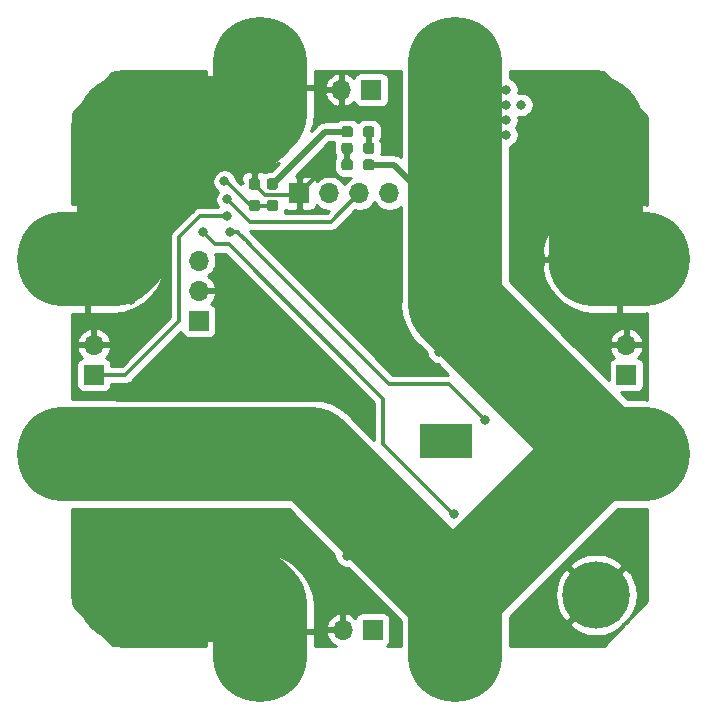
<source format=gbr>
%TF.GenerationSoftware,KiCad,Pcbnew,(5.1.8-0-10_14)*%
%TF.CreationDate,2021-03-06T23:03:25+08:00*%
%TF.ProjectId,batt_board,62617474-5f62-46f6-9172-642e6b696361,v1.0.0*%
%TF.SameCoordinates,Original*%
%TF.FileFunction,Copper,L2,Bot*%
%TF.FilePolarity,Positive*%
%FSLAX46Y46*%
G04 Gerber Fmt 4.6, Leading zero omitted, Abs format (unit mm)*
G04 Created by KiCad (PCBNEW (5.1.8-0-10_14)) date 2021-03-06 23:03:25*
%MOMM*%
%LPD*%
G01*
G04 APERTURE LIST*
%TA.AperFunction,SMDPad,CuDef*%
%ADD10O,12.000000X8.000000*%
%TD*%
%TA.AperFunction,ComponentPad*%
%ADD11R,1.700000X1.700000*%
%TD*%
%TA.AperFunction,ComponentPad*%
%ADD12O,1.700000X1.700000*%
%TD*%
%TA.AperFunction,SMDPad,CuDef*%
%ADD13O,8.000000X12.000000*%
%TD*%
%TA.AperFunction,ConnectorPad*%
%ADD14C,5.700000*%
%TD*%
%TA.AperFunction,ComponentPad*%
%ADD15C,3.600000*%
%TD*%
%TA.AperFunction,ComponentPad*%
%ADD16C,0.600000*%
%TD*%
%TA.AperFunction,SMDPad,CuDef*%
%ADD17R,4.500000X2.950000*%
%TD*%
%TA.AperFunction,ViaPad*%
%ADD18C,0.800000*%
%TD*%
%TA.AperFunction,Conductor*%
%ADD19C,8.000000*%
%TD*%
%TA.AperFunction,Conductor*%
%ADD20C,0.500000*%
%TD*%
%TA.AperFunction,Conductor*%
%ADD21C,0.300000*%
%TD*%
%TA.AperFunction,Conductor*%
%ADD22C,0.254000*%
%TD*%
%TA.AperFunction,Conductor*%
%ADD23C,0.100000*%
%TD*%
G04 APERTURE END LIST*
D10*
%TO.P,J5,2*%
%TO.N,/VCC_IN*%
X116949200Y-93077200D03*
%TO.P,J5,1*%
%TO.N,GND*%
X116949200Y-76567200D03*
%TD*%
D11*
%TO.P,Receiver1,1*%
%TO.N,GND*%
X134874000Y-70993000D03*
D12*
%TO.P,Receiver1,2*%
%TO.N,+5V*%
X137414000Y-70993000D03*
%TO.P,Receiver1,3*%
%TO.N,PPM*%
X139954000Y-70993000D03*
%TO.P,Receiver1,4*%
%TO.N,Net-(Receiver1-Pad4)*%
X142494000Y-70993000D03*
%TD*%
%TO.P,R13,2*%
%TO.N,/VCC_IN*%
%TA.AperFunction,SMDPad,CuDef*%
G36*
G01*
X140252000Y-68817500D02*
X140252000Y-68342500D01*
G75*
G02*
X140489500Y-68105000I237500J0D01*
G01*
X140989500Y-68105000D01*
G75*
G02*
X141227000Y-68342500I0J-237500D01*
G01*
X141227000Y-68817500D01*
G75*
G02*
X140989500Y-69055000I-237500J0D01*
G01*
X140489500Y-69055000D01*
G75*
G02*
X140252000Y-68817500I0J237500D01*
G01*
G37*
%TD.AperFunction*%
%TO.P,R13,1*%
%TO.N,Net-(R12-Pad2)*%
%TA.AperFunction,SMDPad,CuDef*%
G36*
G01*
X138427000Y-68817500D02*
X138427000Y-68342500D01*
G75*
G02*
X138664500Y-68105000I237500J0D01*
G01*
X139164500Y-68105000D01*
G75*
G02*
X139402000Y-68342500I0J-237500D01*
G01*
X139402000Y-68817500D01*
G75*
G02*
X139164500Y-69055000I-237500J0D01*
G01*
X138664500Y-69055000D01*
G75*
G02*
X138427000Y-68817500I0J237500D01*
G01*
G37*
%TD.AperFunction*%
%TD*%
%TO.P,R12,2*%
%TO.N,Net-(R12-Pad2)*%
%TA.AperFunction,SMDPad,CuDef*%
G36*
G01*
X139402000Y-66945500D02*
X139402000Y-67420500D01*
G75*
G02*
X139164500Y-67658000I-237500J0D01*
G01*
X138664500Y-67658000D01*
G75*
G02*
X138427000Y-67420500I0J237500D01*
G01*
X138427000Y-66945500D01*
G75*
G02*
X138664500Y-66708000I237500J0D01*
G01*
X139164500Y-66708000D01*
G75*
G02*
X139402000Y-66945500I0J-237500D01*
G01*
G37*
%TD.AperFunction*%
%TO.P,R12,1*%
%TO.N,Net-(R11-Pad2)*%
%TA.AperFunction,SMDPad,CuDef*%
G36*
G01*
X141227000Y-66945500D02*
X141227000Y-67420500D01*
G75*
G02*
X140989500Y-67658000I-237500J0D01*
G01*
X140489500Y-67658000D01*
G75*
G02*
X140252000Y-67420500I0J237500D01*
G01*
X140252000Y-66945500D01*
G75*
G02*
X140489500Y-66708000I237500J0D01*
G01*
X140989500Y-66708000D01*
G75*
G02*
X141227000Y-66945500I0J-237500D01*
G01*
G37*
%TD.AperFunction*%
%TD*%
%TO.P,R11,2*%
%TO.N,Net-(R11-Pad2)*%
%TA.AperFunction,SMDPad,CuDef*%
G36*
G01*
X140252000Y-66023500D02*
X140252000Y-65548500D01*
G75*
G02*
X140489500Y-65311000I237500J0D01*
G01*
X140989500Y-65311000D01*
G75*
G02*
X141227000Y-65548500I0J-237500D01*
G01*
X141227000Y-66023500D01*
G75*
G02*
X140989500Y-66261000I-237500J0D01*
G01*
X140489500Y-66261000D01*
G75*
G02*
X140252000Y-66023500I0J237500D01*
G01*
G37*
%TD.AperFunction*%
%TO.P,R11,1*%
%TO.N,Net-(R10-Pad2)*%
%TA.AperFunction,SMDPad,CuDef*%
G36*
G01*
X138427000Y-66023500D02*
X138427000Y-65548500D01*
G75*
G02*
X138664500Y-65311000I237500J0D01*
G01*
X139164500Y-65311000D01*
G75*
G02*
X139402000Y-65548500I0J-237500D01*
G01*
X139402000Y-66023500D01*
G75*
G02*
X139164500Y-66261000I-237500J0D01*
G01*
X138664500Y-66261000D01*
G75*
G02*
X138427000Y-66023500I0J237500D01*
G01*
G37*
%TD.AperFunction*%
%TD*%
%TO.P,R10,2*%
%TO.N,Net-(R10-Pad2)*%
%TA.AperFunction,SMDPad,CuDef*%
G36*
G01*
X132825500Y-70695000D02*
X132350500Y-70695000D01*
G75*
G02*
X132113000Y-70457500I0J237500D01*
G01*
X132113000Y-69957500D01*
G75*
G02*
X132350500Y-69720000I237500J0D01*
G01*
X132825500Y-69720000D01*
G75*
G02*
X133063000Y-69957500I0J-237500D01*
G01*
X133063000Y-70457500D01*
G75*
G02*
X132825500Y-70695000I-237500J0D01*
G01*
G37*
%TD.AperFunction*%
%TO.P,R10,1*%
%TO.N,/ADC_IN*%
%TA.AperFunction,SMDPad,CuDef*%
G36*
G01*
X132825500Y-72520000D02*
X132350500Y-72520000D01*
G75*
G02*
X132113000Y-72282500I0J237500D01*
G01*
X132113000Y-71782500D01*
G75*
G02*
X132350500Y-71545000I237500J0D01*
G01*
X132825500Y-71545000D01*
G75*
G02*
X133063000Y-71782500I0J-237500D01*
G01*
X133063000Y-72282500D01*
G75*
G02*
X132825500Y-72520000I-237500J0D01*
G01*
G37*
%TD.AperFunction*%
%TD*%
%TO.P,R9,2*%
%TO.N,/ADC_IN*%
%TA.AperFunction,SMDPad,CuDef*%
G36*
G01*
X130826500Y-71545000D02*
X131301500Y-71545000D01*
G75*
G02*
X131539000Y-71782500I0J-237500D01*
G01*
X131539000Y-72282500D01*
G75*
G02*
X131301500Y-72520000I-237500J0D01*
G01*
X130826500Y-72520000D01*
G75*
G02*
X130589000Y-72282500I0J237500D01*
G01*
X130589000Y-71782500D01*
G75*
G02*
X130826500Y-71545000I237500J0D01*
G01*
G37*
%TD.AperFunction*%
%TO.P,R9,1*%
%TO.N,GND*%
%TA.AperFunction,SMDPad,CuDef*%
G36*
G01*
X130826500Y-69720000D02*
X131301500Y-69720000D01*
G75*
G02*
X131539000Y-69957500I0J-237500D01*
G01*
X131539000Y-70457500D01*
G75*
G02*
X131301500Y-70695000I-237500J0D01*
G01*
X130826500Y-70695000D01*
G75*
G02*
X130589000Y-70457500I0J237500D01*
G01*
X130589000Y-69957500D01*
G75*
G02*
X130826500Y-69720000I237500J0D01*
G01*
G37*
%TD.AperFunction*%
%TD*%
%TO.P,J1,3*%
%TO.N,+5V*%
X126365000Y-76708000D03*
%TO.P,J1,2*%
%TO.N,GND*%
X126365000Y-79248000D03*
D11*
%TO.P,J1,1*%
%TO.N,+3V3*%
X126365000Y-81788000D03*
%TD*%
D13*
%TO.P,J2,2*%
%TO.N,/VCC_IN*%
X148077200Y-108050800D03*
%TO.P,J2,1*%
%TO.N,GND*%
X131567200Y-108050800D03*
%TD*%
D10*
%TO.P,J4,2*%
%TO.N,/VCC_IN*%
X161949200Y-93077200D03*
%TO.P,J4,1*%
%TO.N,GND*%
X161949200Y-76567200D03*
%TD*%
D13*
%TO.P,J3,2*%
%TO.N,/VCC_IN*%
X148077200Y-62050800D03*
%TO.P,J3,1*%
%TO.N,GND*%
X131567200Y-62050800D03*
%TD*%
D14*
%TO.P,H4,1*%
%TO.N,GND*%
X160000000Y-65000000D03*
D15*
X160000000Y-65000000D03*
%TD*%
D14*
%TO.P,H2,1*%
%TO.N,GND*%
X120000000Y-105000000D03*
D15*
X120000000Y-105000000D03*
%TD*%
D16*
%TO.P,U1,9*%
%TO.N,GND*%
X149120000Y-91348000D03*
X148020000Y-91348000D03*
X148020000Y-92548000D03*
X149120000Y-92548000D03*
X145520000Y-91348000D03*
X146720000Y-91348000D03*
X146720000Y-92548000D03*
X145520000Y-92548000D03*
D17*
X147320000Y-91948000D03*
%TD*%
D14*
%TO.P,H3,1*%
%TO.N,GND*%
X160000000Y-105000000D03*
D15*
X160000000Y-105000000D03*
%TD*%
D14*
%TO.P,H1,1*%
%TO.N,GND*%
X120000000Y-65000000D03*
D15*
X120000000Y-65000000D03*
%TD*%
D12*
%TO.P,CH4,2*%
%TO.N,GND*%
X117475000Y-83820000D03*
D11*
%TO.P,CH4,1*%
%TO.N,PWM_CH4*%
X117475000Y-86360000D03*
%TD*%
D12*
%TO.P,CH3,2*%
%TO.N,GND*%
X138532200Y-107950000D03*
D11*
%TO.P,CH3,1*%
%TO.N,PWM_CH3*%
X141072200Y-107950000D03*
%TD*%
D12*
%TO.P,CH2,2*%
%TO.N,GND*%
X162560000Y-83820000D03*
D11*
%TO.P,CH2,1*%
%TO.N,PWM_CH2*%
X162560000Y-86360000D03*
%TD*%
D12*
%TO.P,CH1,2*%
%TO.N,GND*%
X138430000Y-62230000D03*
D11*
%TO.P,CH1,1*%
%TO.N,PWM_CH1*%
X140970000Y-62230000D03*
%TD*%
D18*
%TO.N,GND*%
X120142000Y-84328000D03*
X120650000Y-80010000D03*
X133350000Y-67310000D03*
X132080000Y-67310000D03*
X130810000Y-67310000D03*
X157480000Y-73660000D03*
X157480000Y-74930000D03*
X157480000Y-76200000D03*
X158750000Y-77470000D03*
X158750000Y-76200000D03*
X158750000Y-74930000D03*
X158750000Y-73660000D03*
X128270000Y-106680000D03*
X128270000Y-107950000D03*
X128270000Y-104140000D03*
X128270000Y-105410000D03*
X129540000Y-102870000D03*
X133350000Y-66040000D03*
X132080000Y-66040000D03*
X130810000Y-66040000D03*
X129540000Y-66040000D03*
X128270000Y-64770000D03*
X129540000Y-64770000D03*
X130810000Y-64770000D03*
X132080000Y-64770000D03*
X133350000Y-64770000D03*
X134620000Y-64770000D03*
X134620000Y-63500000D03*
X133350000Y-63500000D03*
X132080000Y-62230000D03*
X132080000Y-63500000D03*
X130810000Y-63500000D03*
X128270000Y-63500000D03*
X129540000Y-63500000D03*
X130810000Y-62230000D03*
X128270000Y-62230000D03*
X129540000Y-62230000D03*
X130810000Y-62230000D03*
X133350000Y-62230000D03*
X134620000Y-62230000D03*
X121920000Y-74930000D03*
X121920000Y-76200000D03*
X121920000Y-77470000D03*
X121920000Y-78740000D03*
X120650000Y-78740000D03*
X120650000Y-77470000D03*
X120650000Y-76200000D03*
X120650000Y-74930000D03*
X120650000Y-73660000D03*
X118110000Y-73660000D03*
X119380000Y-73660000D03*
X119380000Y-74930000D03*
X118110000Y-74930000D03*
X118110000Y-76200000D03*
X119380000Y-76200000D03*
X119380000Y-77470000D03*
X118110000Y-77470000D03*
X118110000Y-78740000D03*
X119380000Y-78740000D03*
X119380000Y-80010000D03*
X118110000Y-80010000D03*
X116840000Y-80010000D03*
X116840000Y-78740000D03*
X116840000Y-77470000D03*
X116840000Y-76200000D03*
X116840000Y-74930000D03*
X116840000Y-73660000D03*
X130810000Y-102870000D03*
X132080000Y-102870000D03*
X133350000Y-102870000D03*
X134620000Y-105410000D03*
X134620000Y-104140000D03*
X133350000Y-104140000D03*
X132080000Y-104140000D03*
X130810000Y-104140000D03*
X129540000Y-104140000D03*
X129540000Y-105410000D03*
X130810000Y-105410000D03*
X132080000Y-105410000D03*
X133350000Y-105410000D03*
X133350000Y-106680000D03*
X130810000Y-107950000D03*
X129540000Y-107950000D03*
X132080000Y-107950000D03*
X133350000Y-107950000D03*
X134620000Y-107950000D03*
X134620000Y-106680000D03*
X132080000Y-106680000D03*
X130810000Y-106680000D03*
X129540000Y-106680000D03*
X162560000Y-69850000D03*
X162560000Y-71120000D03*
X161290000Y-71120000D03*
X160020000Y-72390000D03*
X161290000Y-72390000D03*
X162560000Y-72390000D03*
X160020000Y-78740000D03*
X161290000Y-78740000D03*
X162560000Y-78740000D03*
X162560000Y-77470000D03*
X161290000Y-77470000D03*
X160020000Y-77470000D03*
X160020000Y-76200000D03*
X160020000Y-74930000D03*
X161290000Y-76200000D03*
X161290000Y-74930000D03*
X162560000Y-76200000D03*
X162560000Y-74930000D03*
X162560000Y-73660000D03*
X161290000Y-73660000D03*
X160020000Y-73660000D03*
X142621000Y-65532000D03*
X130810000Y-79502000D03*
X131431000Y-84977000D03*
X140651964Y-77405964D03*
X138862713Y-78791536D03*
X138862713Y-80459434D03*
X141986000Y-84582000D03*
X141986000Y-83566000D03*
X141986000Y-82423000D03*
X136525000Y-69342000D03*
%TO.N,/VCC_IN*%
X151130000Y-67310000D03*
X149860000Y-67310000D03*
X148590000Y-67310000D03*
X147320000Y-67310000D03*
X158750000Y-90170000D03*
X160020000Y-90170000D03*
X160020000Y-96520000D03*
X158750000Y-96520000D03*
X158750000Y-95250000D03*
X157480000Y-95250000D03*
X158750000Y-93980000D03*
X157480000Y-93980000D03*
X158750000Y-92710000D03*
X157480000Y-92710000D03*
X158750000Y-91440000D03*
X157480000Y-91440000D03*
X146050000Y-102870000D03*
X144780000Y-104140000D03*
X144780000Y-107950000D03*
X144780000Y-106680000D03*
X144780000Y-105410000D03*
X151130000Y-66040000D03*
X116840000Y-90170000D03*
X116840000Y-91440000D03*
X116840000Y-92710000D03*
X116840000Y-93980000D03*
X116840000Y-93980000D03*
X116840000Y-95250000D03*
X116840000Y-96520000D03*
X118110000Y-96520000D03*
X118110000Y-95250000D03*
X118110000Y-93980000D03*
X118110000Y-92710000D03*
X118110000Y-91440000D03*
X119380000Y-90170000D03*
X118110000Y-90170000D03*
X119380000Y-92710000D03*
X119380000Y-93980000D03*
X119380000Y-95250000D03*
X119380000Y-96520000D03*
X120650000Y-95250000D03*
X120650000Y-93980000D03*
X120650000Y-92710000D03*
X120650000Y-91440000D03*
X119380000Y-91440000D03*
X120650000Y-90170000D03*
X121920000Y-91440000D03*
X121920000Y-92710000D03*
X121920000Y-93980000D03*
X149860000Y-102870000D03*
X147320000Y-102870000D03*
X148590000Y-102870000D03*
X148590000Y-102870000D03*
X146050000Y-104140000D03*
X147320000Y-104140000D03*
X148590000Y-104140000D03*
X149860000Y-104140000D03*
X148590000Y-105410000D03*
X146050000Y-105410000D03*
X147320000Y-105410000D03*
X147320000Y-106680000D03*
X146050000Y-106680000D03*
X146050000Y-106680000D03*
X148590000Y-106680000D03*
X149860000Y-106680000D03*
X151130000Y-106680000D03*
X151130000Y-105410000D03*
X149860000Y-105410000D03*
X151130000Y-104140000D03*
X149860000Y-107950000D03*
X146050000Y-107950000D03*
X147320000Y-107950000D03*
X148590000Y-107950000D03*
X151130000Y-107950000D03*
X160020000Y-91440000D03*
X161290000Y-90170000D03*
X161290000Y-91440000D03*
X161290000Y-92710000D03*
X160020000Y-92710000D03*
X160020000Y-95250000D03*
X161290000Y-93980000D03*
X160020000Y-93980000D03*
X161290000Y-96520000D03*
X162560000Y-96520000D03*
X162560000Y-95250000D03*
X161290000Y-95250000D03*
X162560000Y-92710000D03*
X162560000Y-93980000D03*
X162560000Y-91440000D03*
X162560000Y-90170000D03*
X152400000Y-64770000D03*
X153670000Y-63500000D03*
X152400000Y-63500000D03*
X149860000Y-66040000D03*
X148590000Y-66040000D03*
X147320000Y-66040000D03*
X146050000Y-66040000D03*
X144780000Y-64770000D03*
X148590000Y-64770000D03*
X146050000Y-64770000D03*
X147320000Y-64770000D03*
X149860000Y-64770000D03*
X151130000Y-64770000D03*
X151130000Y-63500000D03*
X149860000Y-63500000D03*
X148590000Y-63500000D03*
X147320000Y-63500000D03*
X146050000Y-63500000D03*
X144780000Y-63500000D03*
X144780000Y-62230000D03*
X146050000Y-62230000D03*
X147320000Y-62230000D03*
X148590000Y-62230000D03*
X149860000Y-62230000D03*
X151130000Y-62230000D03*
X152400000Y-62230000D03*
X152400000Y-66040000D03*
X158496000Y-86106000D03*
X144526000Y-70231000D03*
X148844000Y-81915000D03*
X147447000Y-81915000D03*
X146711500Y-83158500D03*
X146711500Y-84428500D03*
X126111000Y-90297000D03*
X139446000Y-100965000D03*
X146711500Y-80925500D03*
X145415000Y-70231000D03*
X146431000Y-70231000D03*
X155779486Y-86155514D03*
X156922486Y-86155514D03*
X153874486Y-86155514D03*
X154763486Y-86155514D03*
X138869500Y-101668500D03*
X139885500Y-101668500D03*
X140911500Y-101668500D03*
X125349000Y-89535000D03*
X126746000Y-90932000D03*
X127381000Y-91567000D03*
%TO.N,PWM_CH2*%
X150622000Y-90170000D03*
X129032000Y-74295000D03*
%TO.N,PWM_CH3*%
X126746000Y-74295000D03*
X147955000Y-98171000D03*
%TO.N,PWM_CH4*%
X128778000Y-72898000D03*
%TO.N,PPM*%
X128778000Y-71501000D03*
%TO.N,/ADC_IN*%
X128524000Y-69977000D03*
%TD*%
D19*
%TO.N,GND*%
X130792210Y-65000000D02*
X131567200Y-64225010D01*
X120000000Y-65000000D02*
X130792210Y-65000000D01*
X130792210Y-105000000D02*
X131567200Y-105774990D01*
X120000000Y-105000000D02*
X130792210Y-105000000D01*
X160000000Y-75792210D02*
X160774990Y-76567200D01*
X160000000Y-65000000D02*
X160000000Y-75792210D01*
X120000000Y-65000000D02*
X120000000Y-75792210D01*
X120000000Y-75792210D02*
X119225010Y-76567200D01*
D20*
X129921000Y-68199000D02*
X130810000Y-67310000D01*
D21*
X131064000Y-65271790D02*
X130792210Y-65000000D01*
X131064000Y-70207500D02*
X131064000Y-65271790D01*
X134874000Y-70993000D02*
X136525000Y-69342000D01*
X136525000Y-69342000D02*
X136525000Y-69342000D01*
X134747000Y-71120000D02*
X134874000Y-70993000D01*
X131976500Y-71120000D02*
X134747000Y-71120000D01*
X131064000Y-70207500D02*
X131976500Y-71120000D01*
D20*
%TO.N,/VCC_IN*%
X116949200Y-93077200D02*
X117050800Y-93077200D01*
D19*
X119735600Y-93091000D02*
X135890000Y-93091000D01*
D20*
X148077200Y-108050800D02*
X148077200Y-106949200D01*
X133350000Y-93091000D02*
X136271000Y-93091000D01*
D19*
X136017000Y-93218000D02*
X148204200Y-105405200D01*
D20*
X135890000Y-93091000D02*
X135890000Y-95863600D01*
D19*
X148082000Y-104902000D02*
X159893000Y-93091000D01*
X148077200Y-80379410D02*
X156467395Y-88769605D01*
X148077200Y-62050800D02*
X148077200Y-80379410D01*
X156467395Y-88769605D02*
X160774990Y-93077200D01*
D20*
X142875000Y-68580000D02*
X140739500Y-68580000D01*
X144526000Y-70231000D02*
X142875000Y-68580000D01*
D21*
%TO.N,PWM_CH2*%
X150622000Y-90170000D02*
X147574000Y-87122000D01*
X147574000Y-87122000D02*
X142494000Y-87122000D01*
X142494000Y-87122000D02*
X131064000Y-75692000D01*
X131064000Y-75692000D02*
X130810000Y-75438000D01*
X130810000Y-75438000D02*
X130429000Y-75057000D01*
X130429000Y-75057000D02*
X129794000Y-74422000D01*
X129794000Y-74422000D02*
X129667000Y-74295000D01*
X129667000Y-74295000D02*
X129032000Y-74295000D01*
X129032000Y-74295000D02*
X129032000Y-74295000D01*
%TO.N,PWM_CH3*%
X141986000Y-88392000D02*
X128905000Y-75311000D01*
X141986000Y-92202000D02*
X141986000Y-88392000D01*
X147891500Y-98107500D02*
X141986000Y-92202000D01*
X127762000Y-75311000D02*
X126746000Y-74295000D01*
X128905000Y-75311000D02*
X127762000Y-75311000D01*
%TO.N,PWM_CH4*%
X124714000Y-81788000D02*
X120142000Y-86360000D01*
X124714000Y-74676000D02*
X124714000Y-81788000D01*
X126492000Y-72898000D02*
X124714000Y-74676000D01*
X120142000Y-86360000D02*
X117475000Y-86360000D01*
X128778000Y-72898000D02*
X126492000Y-72898000D01*
D20*
%TO.N,Net-(R10-Pad2)*%
X138914500Y-65786000D02*
X137160000Y-65786000D01*
X137033000Y-65786000D02*
X132484500Y-70334500D01*
X137160000Y-65786000D02*
X137033000Y-65786000D01*
%TO.N,Net-(R11-Pad2)*%
X140739500Y-67183000D02*
X140739500Y-65786000D01*
%TO.N,Net-(R12-Pad2)*%
X138914500Y-68580000D02*
X138914500Y-67183000D01*
D21*
%TO.N,PPM*%
X137541000Y-73406000D02*
X139954000Y-70993000D01*
X130683000Y-73406000D02*
X137541000Y-73406000D01*
X128778000Y-71501000D02*
X130683000Y-73406000D01*
%TO.N,/ADC_IN*%
X132437500Y-72032500D02*
X132461000Y-72056000D01*
X131064000Y-72032500D02*
X132437500Y-72032500D01*
X128651000Y-69977000D02*
X128524000Y-69977000D01*
X130683000Y-72009000D02*
X128651000Y-69977000D01*
X130786500Y-72009000D02*
X130683000Y-72009000D01*
%TD*%
D22*
%TO.N,GND*%
X164340001Y-104970597D02*
X164288316Y-105549718D01*
X162531931Y-107352323D01*
X162452035Y-107272427D01*
X162905850Y-106954243D01*
X163231269Y-106349790D01*
X163432512Y-105693465D01*
X163501845Y-105010490D01*
X163436605Y-104327112D01*
X163239298Y-103669593D01*
X162917506Y-103063201D01*
X162905850Y-103045757D01*
X162452033Y-102727572D01*
X160179605Y-105000000D01*
X160193748Y-105014143D01*
X160014143Y-105193748D01*
X160000000Y-105179605D01*
X157727572Y-107452033D01*
X158045757Y-107905850D01*
X158650210Y-108231269D01*
X159306535Y-108432512D01*
X159989510Y-108501845D01*
X160672888Y-108436605D01*
X161330407Y-108239298D01*
X161936799Y-107917506D01*
X161954243Y-107905850D01*
X162272427Y-107452035D01*
X162354656Y-107534264D01*
X160646013Y-109287871D01*
X160628543Y-109292065D01*
X159975793Y-109340000D01*
X152712200Y-109340000D01*
X152712200Y-106826679D01*
X154549369Y-104989510D01*
X156498155Y-104989510D01*
X156563395Y-105672888D01*
X156760702Y-106330407D01*
X157082494Y-106936799D01*
X157094150Y-106954243D01*
X157547967Y-107272428D01*
X159820395Y-105000000D01*
X157547967Y-102727572D01*
X157094150Y-103045757D01*
X156768731Y-103650210D01*
X156567488Y-104306535D01*
X156498155Y-104989510D01*
X154549369Y-104989510D01*
X156990912Y-102547967D01*
X157727572Y-102547967D01*
X160000000Y-104820395D01*
X162272428Y-102547967D01*
X161954243Y-102094150D01*
X161349790Y-101768731D01*
X160693465Y-101567488D01*
X160010490Y-101498155D01*
X159327112Y-101563395D01*
X158669593Y-101760702D01*
X158063201Y-102082494D01*
X158045757Y-102094150D01*
X157727572Y-102547967D01*
X156990912Y-102547967D01*
X161826680Y-97712200D01*
X164176895Y-97712200D01*
X164340001Y-97696136D01*
X164340001Y-104970597D01*
%TA.AperFunction,Conductor*%
D23*
G36*
X164340001Y-104970597D02*
G01*
X164288316Y-105549718D01*
X162531931Y-107352323D01*
X162452035Y-107272427D01*
X162905850Y-106954243D01*
X163231269Y-106349790D01*
X163432512Y-105693465D01*
X163501845Y-105010490D01*
X163436605Y-104327112D01*
X163239298Y-103669593D01*
X162917506Y-103063201D01*
X162905850Y-103045757D01*
X162452033Y-102727572D01*
X160179605Y-105000000D01*
X160193748Y-105014143D01*
X160014143Y-105193748D01*
X160000000Y-105179605D01*
X157727572Y-107452033D01*
X158045757Y-107905850D01*
X158650210Y-108231269D01*
X159306535Y-108432512D01*
X159989510Y-108501845D01*
X160672888Y-108436605D01*
X161330407Y-108239298D01*
X161936799Y-107917506D01*
X161954243Y-107905850D01*
X162272427Y-107452035D01*
X162354656Y-107534264D01*
X160646013Y-109287871D01*
X160628543Y-109292065D01*
X159975793Y-109340000D01*
X152712200Y-109340000D01*
X152712200Y-106826679D01*
X154549369Y-104989510D01*
X156498155Y-104989510D01*
X156563395Y-105672888D01*
X156760702Y-106330407D01*
X157082494Y-106936799D01*
X157094150Y-106954243D01*
X157547967Y-107272428D01*
X159820395Y-105000000D01*
X157547967Y-102727572D01*
X157094150Y-103045757D01*
X156768731Y-103650210D01*
X156567488Y-104306535D01*
X156498155Y-104989510D01*
X154549369Y-104989510D01*
X156990912Y-102547967D01*
X157727572Y-102547967D01*
X160000000Y-104820395D01*
X162272428Y-102547967D01*
X161954243Y-102094150D01*
X161349790Y-101768731D01*
X160693465Y-101567488D01*
X160010490Y-101498155D01*
X159327112Y-101563395D01*
X158669593Y-101760702D01*
X158063201Y-102082494D01*
X158045757Y-102094150D01*
X157727572Y-102547967D01*
X156990912Y-102547967D01*
X161826680Y-97712200D01*
X164176895Y-97712200D01*
X164340001Y-97696136D01*
X164340001Y-104970597D01*
G37*
%TD.AperFunction*%
D22*
X119507905Y-97726000D02*
X133970121Y-97726000D01*
X137834500Y-101590379D01*
X137834500Y-101770439D01*
X137874274Y-101970398D01*
X137952295Y-102158756D01*
X138065563Y-102328274D01*
X138209726Y-102472437D01*
X138379244Y-102585705D01*
X138567602Y-102663726D01*
X138767561Y-102703500D01*
X138947621Y-102703500D01*
X143442200Y-107198079D01*
X143442200Y-109340000D01*
X142258990Y-109340000D01*
X142276694Y-109330537D01*
X142373385Y-109251185D01*
X142452737Y-109154494D01*
X142511702Y-109044180D01*
X142548012Y-108924482D01*
X142560272Y-108800000D01*
X142560272Y-107100000D01*
X142548012Y-106975518D01*
X142511702Y-106855820D01*
X142452737Y-106745506D01*
X142373385Y-106648815D01*
X142276694Y-106569463D01*
X142166380Y-106510498D01*
X142046682Y-106474188D01*
X141922200Y-106461928D01*
X140222200Y-106461928D01*
X140097718Y-106474188D01*
X139978020Y-106510498D01*
X139867706Y-106569463D01*
X139771015Y-106648815D01*
X139691663Y-106745506D01*
X139632698Y-106855820D01*
X139608234Y-106936466D01*
X139532469Y-106852412D01*
X139299120Y-106678359D01*
X139036299Y-106553175D01*
X138889090Y-106508524D01*
X138659200Y-106629845D01*
X138659200Y-107823000D01*
X138679200Y-107823000D01*
X138679200Y-108077000D01*
X138659200Y-108077000D01*
X138659200Y-108097000D01*
X138405200Y-108097000D01*
X138405200Y-108077000D01*
X137211386Y-108077000D01*
X137090719Y-108306891D01*
X137188043Y-108581252D01*
X137337022Y-108831355D01*
X137531931Y-109047588D01*
X137765280Y-109221641D01*
X138013772Y-109340000D01*
X136202200Y-109340000D01*
X136202200Y-108177800D01*
X131694200Y-108177800D01*
X131694200Y-108197800D01*
X131440200Y-108197800D01*
X131440200Y-108177800D01*
X126932200Y-108177800D01*
X126932200Y-109340000D01*
X120029392Y-109340000D01*
X119231917Y-109268827D01*
X119050917Y-109219311D01*
X117283639Y-107452033D01*
X117727572Y-107452033D01*
X118045757Y-107905850D01*
X118650210Y-108231269D01*
X119306535Y-108432512D01*
X119989510Y-108501845D01*
X120672888Y-108436605D01*
X121330407Y-108239298D01*
X121936799Y-107917506D01*
X121954243Y-107905850D01*
X122272428Y-107452033D01*
X120000000Y-105179605D01*
X117727572Y-107452033D01*
X117283639Y-107452033D01*
X115786217Y-105954611D01*
X115707935Y-105628543D01*
X115661008Y-104989510D01*
X116498155Y-104989510D01*
X116563395Y-105672888D01*
X116760702Y-106330407D01*
X117082494Y-106936799D01*
X117094150Y-106954243D01*
X117547967Y-107272428D01*
X119820395Y-105000000D01*
X120179605Y-105000000D01*
X122452033Y-107272428D01*
X122905850Y-106954243D01*
X123231269Y-106349790D01*
X123361886Y-105923800D01*
X126932200Y-105923800D01*
X126932200Y-107923800D01*
X131440200Y-107923800D01*
X131440200Y-101576352D01*
X131694200Y-101576352D01*
X131694200Y-107923800D01*
X136202200Y-107923800D01*
X136202200Y-107593109D01*
X137090719Y-107593109D01*
X137211386Y-107823000D01*
X138405200Y-107823000D01*
X138405200Y-106629845D01*
X138175310Y-106508524D01*
X138028101Y-106553175D01*
X137765280Y-106678359D01*
X137531931Y-106852412D01*
X137337022Y-107068645D01*
X137188043Y-107318748D01*
X137090719Y-107593109D01*
X136202200Y-107593109D01*
X136202200Y-105923800D01*
X136088363Y-105021997D01*
X135800781Y-104159730D01*
X135350504Y-103370136D01*
X134754837Y-102683558D01*
X134036671Y-102126381D01*
X133223605Y-101720018D01*
X132417438Y-101494450D01*
X131694200Y-101576352D01*
X131440200Y-101576352D01*
X130716962Y-101494450D01*
X129910795Y-101720018D01*
X129097729Y-102126381D01*
X128379563Y-102683558D01*
X127783896Y-103370136D01*
X127333619Y-104159730D01*
X127046037Y-105021997D01*
X126932200Y-105923800D01*
X123361886Y-105923800D01*
X123432512Y-105693465D01*
X123501845Y-105010490D01*
X123436605Y-104327112D01*
X123239298Y-103669593D01*
X122917506Y-103063201D01*
X122905850Y-103045757D01*
X122452033Y-102727572D01*
X120179605Y-105000000D01*
X119820395Y-105000000D01*
X117547967Y-102727572D01*
X117094150Y-103045757D01*
X116768731Y-103650210D01*
X116567488Y-104306535D01*
X116498155Y-104989510D01*
X115661008Y-104989510D01*
X115660000Y-104975793D01*
X115660000Y-102547967D01*
X117727572Y-102547967D01*
X120000000Y-104820395D01*
X122272428Y-102547967D01*
X121954243Y-102094150D01*
X121349790Y-101768731D01*
X120693465Y-101567488D01*
X120010490Y-101498155D01*
X119327112Y-101563395D01*
X118669593Y-101760702D01*
X118063201Y-102082494D01*
X118045757Y-102094150D01*
X117727572Y-102547967D01*
X115660000Y-102547967D01*
X115660000Y-97712200D01*
X119176895Y-97712200D01*
X119272343Y-97702799D01*
X119507905Y-97726000D01*
%TA.AperFunction,Conductor*%
D23*
G36*
X119507905Y-97726000D02*
G01*
X133970121Y-97726000D01*
X137834500Y-101590379D01*
X137834500Y-101770439D01*
X137874274Y-101970398D01*
X137952295Y-102158756D01*
X138065563Y-102328274D01*
X138209726Y-102472437D01*
X138379244Y-102585705D01*
X138567602Y-102663726D01*
X138767561Y-102703500D01*
X138947621Y-102703500D01*
X143442200Y-107198079D01*
X143442200Y-109340000D01*
X142258990Y-109340000D01*
X142276694Y-109330537D01*
X142373385Y-109251185D01*
X142452737Y-109154494D01*
X142511702Y-109044180D01*
X142548012Y-108924482D01*
X142560272Y-108800000D01*
X142560272Y-107100000D01*
X142548012Y-106975518D01*
X142511702Y-106855820D01*
X142452737Y-106745506D01*
X142373385Y-106648815D01*
X142276694Y-106569463D01*
X142166380Y-106510498D01*
X142046682Y-106474188D01*
X141922200Y-106461928D01*
X140222200Y-106461928D01*
X140097718Y-106474188D01*
X139978020Y-106510498D01*
X139867706Y-106569463D01*
X139771015Y-106648815D01*
X139691663Y-106745506D01*
X139632698Y-106855820D01*
X139608234Y-106936466D01*
X139532469Y-106852412D01*
X139299120Y-106678359D01*
X139036299Y-106553175D01*
X138889090Y-106508524D01*
X138659200Y-106629845D01*
X138659200Y-107823000D01*
X138679200Y-107823000D01*
X138679200Y-108077000D01*
X138659200Y-108077000D01*
X138659200Y-108097000D01*
X138405200Y-108097000D01*
X138405200Y-108077000D01*
X137211386Y-108077000D01*
X137090719Y-108306891D01*
X137188043Y-108581252D01*
X137337022Y-108831355D01*
X137531931Y-109047588D01*
X137765280Y-109221641D01*
X138013772Y-109340000D01*
X136202200Y-109340000D01*
X136202200Y-108177800D01*
X131694200Y-108177800D01*
X131694200Y-108197800D01*
X131440200Y-108197800D01*
X131440200Y-108177800D01*
X126932200Y-108177800D01*
X126932200Y-109340000D01*
X120029392Y-109340000D01*
X119231917Y-109268827D01*
X119050917Y-109219311D01*
X117283639Y-107452033D01*
X117727572Y-107452033D01*
X118045757Y-107905850D01*
X118650210Y-108231269D01*
X119306535Y-108432512D01*
X119989510Y-108501845D01*
X120672888Y-108436605D01*
X121330407Y-108239298D01*
X121936799Y-107917506D01*
X121954243Y-107905850D01*
X122272428Y-107452033D01*
X120000000Y-105179605D01*
X117727572Y-107452033D01*
X117283639Y-107452033D01*
X115786217Y-105954611D01*
X115707935Y-105628543D01*
X115661008Y-104989510D01*
X116498155Y-104989510D01*
X116563395Y-105672888D01*
X116760702Y-106330407D01*
X117082494Y-106936799D01*
X117094150Y-106954243D01*
X117547967Y-107272428D01*
X119820395Y-105000000D01*
X120179605Y-105000000D01*
X122452033Y-107272428D01*
X122905850Y-106954243D01*
X123231269Y-106349790D01*
X123361886Y-105923800D01*
X126932200Y-105923800D01*
X126932200Y-107923800D01*
X131440200Y-107923800D01*
X131440200Y-101576352D01*
X131694200Y-101576352D01*
X131694200Y-107923800D01*
X136202200Y-107923800D01*
X136202200Y-107593109D01*
X137090719Y-107593109D01*
X137211386Y-107823000D01*
X138405200Y-107823000D01*
X138405200Y-106629845D01*
X138175310Y-106508524D01*
X138028101Y-106553175D01*
X137765280Y-106678359D01*
X137531931Y-106852412D01*
X137337022Y-107068645D01*
X137188043Y-107318748D01*
X137090719Y-107593109D01*
X136202200Y-107593109D01*
X136202200Y-105923800D01*
X136088363Y-105021997D01*
X135800781Y-104159730D01*
X135350504Y-103370136D01*
X134754837Y-102683558D01*
X134036671Y-102126381D01*
X133223605Y-101720018D01*
X132417438Y-101494450D01*
X131694200Y-101576352D01*
X131440200Y-101576352D01*
X130716962Y-101494450D01*
X129910795Y-101720018D01*
X129097729Y-102126381D01*
X128379563Y-102683558D01*
X127783896Y-103370136D01*
X127333619Y-104159730D01*
X127046037Y-105021997D01*
X126932200Y-105923800D01*
X123361886Y-105923800D01*
X123432512Y-105693465D01*
X123501845Y-105010490D01*
X123436605Y-104327112D01*
X123239298Y-103669593D01*
X122917506Y-103063201D01*
X122905850Y-103045757D01*
X122452033Y-102727572D01*
X120179605Y-105000000D01*
X119820395Y-105000000D01*
X117547967Y-102727572D01*
X117094150Y-103045757D01*
X116768731Y-103650210D01*
X116567488Y-104306535D01*
X116498155Y-104989510D01*
X115661008Y-104989510D01*
X115660000Y-104975793D01*
X115660000Y-102547967D01*
X117727572Y-102547967D01*
X120000000Y-104820395D01*
X122272428Y-102547967D01*
X121954243Y-102094150D01*
X121349790Y-101768731D01*
X120693465Y-101567488D01*
X120010490Y-101498155D01*
X119327112Y-101563395D01*
X118669593Y-101760702D01*
X118063201Y-102082494D01*
X118045757Y-102094150D01*
X117727572Y-102547967D01*
X115660000Y-102547967D01*
X115660000Y-97712200D01*
X119176895Y-97712200D01*
X119272343Y-97702799D01*
X119507905Y-97726000D01*
G37*
%TD.AperFunction*%
D22*
X147352762Y-91801157D02*
X147354541Y-91802936D01*
X147370000Y-91802095D01*
X147385459Y-91802936D01*
X147387238Y-91801157D01*
X147447000Y-91797906D01*
X147447000Y-91821000D01*
X147570094Y-91821000D01*
X147565064Y-91913459D01*
X147599605Y-91948000D01*
X147565064Y-91982541D01*
X147570094Y-92075000D01*
X147447000Y-92075000D01*
X147447000Y-92098094D01*
X147387238Y-92094843D01*
X147385459Y-92093064D01*
X147370000Y-92093905D01*
X147354541Y-92093064D01*
X147352762Y-92094843D01*
X147193000Y-92103533D01*
X147193000Y-92075000D01*
X147169906Y-92075000D01*
X147174936Y-91982541D01*
X147140395Y-91948000D01*
X147174936Y-91913459D01*
X147169906Y-91821000D01*
X147193000Y-91821000D01*
X147193000Y-91792467D01*
X147352762Y-91801157D01*
%TA.AperFunction,Conductor*%
D23*
G36*
X147352762Y-91801157D02*
G01*
X147354541Y-91802936D01*
X147370000Y-91802095D01*
X147385459Y-91802936D01*
X147387238Y-91801157D01*
X147447000Y-91797906D01*
X147447000Y-91821000D01*
X147570094Y-91821000D01*
X147565064Y-91913459D01*
X147599605Y-91948000D01*
X147565064Y-91982541D01*
X147570094Y-92075000D01*
X147447000Y-92075000D01*
X147447000Y-92098094D01*
X147387238Y-92094843D01*
X147385459Y-92093064D01*
X147370000Y-92093905D01*
X147354541Y-92093064D01*
X147352762Y-92094843D01*
X147193000Y-92103533D01*
X147193000Y-92075000D01*
X147169906Y-92075000D01*
X147174936Y-91982541D01*
X147140395Y-91948000D01*
X147174936Y-91913459D01*
X147169906Y-91821000D01*
X147193000Y-91821000D01*
X147193000Y-91792467D01*
X147352762Y-91801157D01*
G37*
%TD.AperFunction*%
D22*
X126932200Y-61923800D02*
X131440200Y-61923800D01*
X131440200Y-61903800D01*
X131694200Y-61903800D01*
X131694200Y-61923800D01*
X136202200Y-61923800D01*
X136202200Y-61873109D01*
X136988519Y-61873109D01*
X137109186Y-62103000D01*
X138303000Y-62103000D01*
X138303000Y-60909845D01*
X138557000Y-60909845D01*
X138557000Y-62103000D01*
X138577000Y-62103000D01*
X138577000Y-62357000D01*
X138557000Y-62357000D01*
X138557000Y-63550155D01*
X138786890Y-63671476D01*
X138934099Y-63626825D01*
X139196920Y-63501641D01*
X139430269Y-63327588D01*
X139506034Y-63243534D01*
X139530498Y-63324180D01*
X139589463Y-63434494D01*
X139668815Y-63531185D01*
X139765506Y-63610537D01*
X139875820Y-63669502D01*
X139995518Y-63705812D01*
X140120000Y-63718072D01*
X141820000Y-63718072D01*
X141944482Y-63705812D01*
X142064180Y-63669502D01*
X142174494Y-63610537D01*
X142271185Y-63531185D01*
X142350537Y-63434494D01*
X142409502Y-63324180D01*
X142445812Y-63204482D01*
X142458072Y-63080000D01*
X142458072Y-61380000D01*
X142445812Y-61255518D01*
X142409502Y-61135820D01*
X142350537Y-61025506D01*
X142271185Y-60928815D01*
X142174494Y-60849463D01*
X142064180Y-60790498D01*
X141944482Y-60754188D01*
X141820000Y-60741928D01*
X140120000Y-60741928D01*
X139995518Y-60754188D01*
X139875820Y-60790498D01*
X139765506Y-60849463D01*
X139668815Y-60928815D01*
X139589463Y-61025506D01*
X139530498Y-61135820D01*
X139506034Y-61216466D01*
X139430269Y-61132412D01*
X139196920Y-60958359D01*
X138934099Y-60833175D01*
X138786890Y-60788524D01*
X138557000Y-60909845D01*
X138303000Y-60909845D01*
X138073110Y-60788524D01*
X137925901Y-60833175D01*
X137663080Y-60958359D01*
X137429731Y-61132412D01*
X137234822Y-61348645D01*
X137085843Y-61598748D01*
X136988519Y-61873109D01*
X136202200Y-61873109D01*
X136202200Y-60660000D01*
X143442200Y-60660000D01*
X143442200Y-67900615D01*
X143369059Y-67840589D01*
X143215313Y-67758411D01*
X143048490Y-67707805D01*
X142918477Y-67695000D01*
X142918469Y-67695000D01*
X142875000Y-67690719D01*
X142831531Y-67695000D01*
X141816796Y-67695000D01*
X141848248Y-67591316D01*
X141865072Y-67420500D01*
X141865072Y-66945500D01*
X141848248Y-66774684D01*
X141798423Y-66610433D01*
X141731111Y-66484500D01*
X141798423Y-66358567D01*
X141848248Y-66194316D01*
X141865072Y-66023500D01*
X141865072Y-65548500D01*
X141848248Y-65377684D01*
X141798423Y-65213433D01*
X141717512Y-65062058D01*
X141608623Y-64929377D01*
X141475942Y-64820488D01*
X141324567Y-64739577D01*
X141160316Y-64689752D01*
X140989500Y-64672928D01*
X140489500Y-64672928D01*
X140318684Y-64689752D01*
X140154433Y-64739577D01*
X140003058Y-64820488D01*
X139870377Y-64929377D01*
X139827000Y-64982232D01*
X139783623Y-64929377D01*
X139650942Y-64820488D01*
X139499567Y-64739577D01*
X139335316Y-64689752D01*
X139164500Y-64672928D01*
X138664500Y-64672928D01*
X138493684Y-64689752D01*
X138329433Y-64739577D01*
X138178058Y-64820488D01*
X138079954Y-64901000D01*
X137076465Y-64901000D01*
X137032999Y-64896719D01*
X136989533Y-64901000D01*
X136989523Y-64901000D01*
X136859510Y-64913805D01*
X136692687Y-64964411D01*
X136538941Y-65046589D01*
X136538939Y-65046590D01*
X136538940Y-65046590D01*
X136437953Y-65129468D01*
X136437951Y-65129470D01*
X136404183Y-65157183D01*
X136376470Y-65190951D01*
X135888469Y-65678952D01*
X136088363Y-65079603D01*
X136202200Y-64177800D01*
X136202200Y-62586891D01*
X136988519Y-62586891D01*
X137085843Y-62861252D01*
X137234822Y-63111355D01*
X137429731Y-63327588D01*
X137663080Y-63501641D01*
X137925901Y-63626825D01*
X138073110Y-63671476D01*
X138303000Y-63550155D01*
X138303000Y-62357000D01*
X137109186Y-62357000D01*
X136988519Y-62586891D01*
X136202200Y-62586891D01*
X136202200Y-62177800D01*
X131694200Y-62177800D01*
X131694200Y-68525248D01*
X132417438Y-68607150D01*
X133171168Y-68396254D01*
X132485494Y-69081928D01*
X132350500Y-69081928D01*
X132179684Y-69098752D01*
X132015433Y-69148577D01*
X131911419Y-69204173D01*
X131893494Y-69189463D01*
X131783180Y-69130498D01*
X131663482Y-69094188D01*
X131539000Y-69081928D01*
X131349750Y-69085000D01*
X131191000Y-69243750D01*
X131191000Y-70080500D01*
X131211000Y-70080500D01*
X131211000Y-70334500D01*
X131191000Y-70334500D01*
X131191000Y-70354500D01*
X130937000Y-70354500D01*
X130937000Y-70334500D01*
X130917000Y-70334500D01*
X130917000Y-70080500D01*
X130937000Y-70080500D01*
X130937000Y-69243750D01*
X130778250Y-69085000D01*
X130589000Y-69081928D01*
X130464518Y-69094188D01*
X130344820Y-69130498D01*
X130234506Y-69189463D01*
X130137815Y-69268815D01*
X130058463Y-69365506D01*
X129999498Y-69475820D01*
X129963188Y-69595518D01*
X129950928Y-69720000D01*
X129954000Y-69921750D01*
X130112748Y-70080498D01*
X129954000Y-70080498D01*
X129954000Y-70169843D01*
X129534116Y-69749959D01*
X129519226Y-69675102D01*
X129441205Y-69486744D01*
X129327937Y-69317226D01*
X129183774Y-69173063D01*
X129014256Y-69059795D01*
X128825898Y-68981774D01*
X128625939Y-68942000D01*
X128422061Y-68942000D01*
X128222102Y-68981774D01*
X128033744Y-69059795D01*
X127864226Y-69173063D01*
X127720063Y-69317226D01*
X127606795Y-69486744D01*
X127528774Y-69675102D01*
X127489000Y-69875061D01*
X127489000Y-70078939D01*
X127528774Y-70278898D01*
X127606795Y-70467256D01*
X127720063Y-70636774D01*
X127864226Y-70780937D01*
X127968011Y-70850284D01*
X127860795Y-71010744D01*
X127782774Y-71199102D01*
X127743000Y-71399061D01*
X127743000Y-71602939D01*
X127782774Y-71802898D01*
X127860795Y-71991256D01*
X127942142Y-72113000D01*
X126530556Y-72113000D01*
X126492000Y-72109203D01*
X126453444Y-72113000D01*
X126453439Y-72113000D01*
X126413026Y-72116980D01*
X126338113Y-72124358D01*
X126190140Y-72169246D01*
X126053767Y-72242138D01*
X125934236Y-72340236D01*
X125909653Y-72370190D01*
X124186190Y-74093653D01*
X124156236Y-74118236D01*
X124058138Y-74237768D01*
X123985246Y-74374141D01*
X123940359Y-74522114D01*
X123929000Y-74637440D01*
X123929000Y-74637447D01*
X123925203Y-74676000D01*
X123929000Y-74714553D01*
X123929001Y-81462841D01*
X119816843Y-85575000D01*
X118963072Y-85575000D01*
X118963072Y-85510000D01*
X118950812Y-85385518D01*
X118914502Y-85265820D01*
X118855537Y-85155506D01*
X118776185Y-85058815D01*
X118679494Y-84979463D01*
X118569180Y-84920498D01*
X118488534Y-84896034D01*
X118572588Y-84820269D01*
X118746641Y-84586920D01*
X118871825Y-84324099D01*
X118916476Y-84176890D01*
X118795155Y-83947000D01*
X117602000Y-83947000D01*
X117602000Y-83967000D01*
X117348000Y-83967000D01*
X117348000Y-83947000D01*
X116154845Y-83947000D01*
X116033524Y-84176890D01*
X116078175Y-84324099D01*
X116203359Y-84586920D01*
X116377412Y-84820269D01*
X116461466Y-84896034D01*
X116380820Y-84920498D01*
X116270506Y-84979463D01*
X116173815Y-85058815D01*
X116094463Y-85155506D01*
X116035498Y-85265820D01*
X115999188Y-85385518D01*
X115986928Y-85510000D01*
X115986928Y-87210000D01*
X115999188Y-87334482D01*
X116035498Y-87454180D01*
X116094463Y-87564494D01*
X116173815Y-87661185D01*
X116270506Y-87740537D01*
X116380820Y-87799502D01*
X116500518Y-87835812D01*
X116625000Y-87848072D01*
X118325000Y-87848072D01*
X118449482Y-87835812D01*
X118569180Y-87799502D01*
X118679494Y-87740537D01*
X118776185Y-87661185D01*
X118855537Y-87564494D01*
X118914502Y-87454180D01*
X118950812Y-87334482D01*
X118963072Y-87210000D01*
X118963072Y-87145000D01*
X120103447Y-87145000D01*
X120142000Y-87148797D01*
X120180553Y-87145000D01*
X120180561Y-87145000D01*
X120295887Y-87133641D01*
X120443860Y-87088754D01*
X120580233Y-87015862D01*
X120699764Y-86917764D01*
X120724347Y-86887810D01*
X124885645Y-82726512D01*
X124889188Y-82762482D01*
X124925498Y-82882180D01*
X124984463Y-82992494D01*
X125063815Y-83089185D01*
X125160506Y-83168537D01*
X125270820Y-83227502D01*
X125390518Y-83263812D01*
X125515000Y-83276072D01*
X127215000Y-83276072D01*
X127339482Y-83263812D01*
X127459180Y-83227502D01*
X127569494Y-83168537D01*
X127666185Y-83089185D01*
X127745537Y-82992494D01*
X127804502Y-82882180D01*
X127840812Y-82762482D01*
X127853072Y-82638000D01*
X127853072Y-80938000D01*
X127840812Y-80813518D01*
X127804502Y-80693820D01*
X127745537Y-80583506D01*
X127666185Y-80486815D01*
X127569494Y-80407463D01*
X127459180Y-80348498D01*
X127378534Y-80324034D01*
X127462588Y-80248269D01*
X127636641Y-80014920D01*
X127761825Y-79752099D01*
X127806476Y-79604890D01*
X127685155Y-79375000D01*
X126492000Y-79375000D01*
X126492000Y-79395000D01*
X126238000Y-79395000D01*
X126238000Y-79375000D01*
X126218000Y-79375000D01*
X126218000Y-79121000D01*
X126238000Y-79121000D01*
X126238000Y-79101000D01*
X126492000Y-79101000D01*
X126492000Y-79121000D01*
X127685155Y-79121000D01*
X127806476Y-78891110D01*
X127761825Y-78743901D01*
X127636641Y-78481080D01*
X127462588Y-78247731D01*
X127246355Y-78052822D01*
X127129466Y-77983195D01*
X127311632Y-77861475D01*
X127518475Y-77654632D01*
X127680990Y-77411411D01*
X127792932Y-77141158D01*
X127850000Y-76854260D01*
X127850000Y-76561740D01*
X127792932Y-76274842D01*
X127718658Y-76095529D01*
X127723439Y-76096000D01*
X127723444Y-76096000D01*
X127762000Y-76099797D01*
X127800555Y-76096000D01*
X128579843Y-76096000D01*
X141201001Y-88717158D01*
X141201000Y-91847121D01*
X139328452Y-89974573D01*
X139183298Y-89797702D01*
X138477527Y-89218492D01*
X137672320Y-88788099D01*
X136798619Y-88523065D01*
X136117695Y-88456000D01*
X119507905Y-88456000D01*
X119412457Y-88465401D01*
X119176895Y-88442200D01*
X115660000Y-88442200D01*
X115660000Y-83463110D01*
X116033524Y-83463110D01*
X116154845Y-83693000D01*
X117348000Y-83693000D01*
X117348000Y-82499186D01*
X117602000Y-82499186D01*
X117602000Y-83693000D01*
X118795155Y-83693000D01*
X118916476Y-83463110D01*
X118871825Y-83315901D01*
X118746641Y-83053080D01*
X118572588Y-82819731D01*
X118356355Y-82624822D01*
X118106252Y-82475843D01*
X117831891Y-82378519D01*
X117602000Y-82499186D01*
X117348000Y-82499186D01*
X117118109Y-82378519D01*
X116843748Y-82475843D01*
X116593645Y-82624822D01*
X116377412Y-82819731D01*
X116203359Y-83053080D01*
X116078175Y-83315901D01*
X116033524Y-83463110D01*
X115660000Y-83463110D01*
X115660000Y-81202200D01*
X116822200Y-81202200D01*
X116822200Y-76694200D01*
X117076200Y-76694200D01*
X117076200Y-81202200D01*
X119076200Y-81202200D01*
X119978003Y-81088363D01*
X120840270Y-80800781D01*
X121629864Y-80350504D01*
X122316442Y-79754837D01*
X122873619Y-79036671D01*
X123279982Y-78223605D01*
X123505550Y-77417438D01*
X123423648Y-76694200D01*
X117076200Y-76694200D01*
X116822200Y-76694200D01*
X116802200Y-76694200D01*
X116802200Y-76440200D01*
X116822200Y-76440200D01*
X116822200Y-71932200D01*
X117076200Y-71932200D01*
X117076200Y-76440200D01*
X123423648Y-76440200D01*
X123505550Y-75716962D01*
X123279982Y-74910795D01*
X122873619Y-74097729D01*
X122316442Y-73379563D01*
X121629864Y-72783896D01*
X120840270Y-72333619D01*
X119978003Y-72046037D01*
X119076200Y-71932200D01*
X117076200Y-71932200D01*
X116822200Y-71932200D01*
X115660000Y-71932200D01*
X115660000Y-67452033D01*
X117727572Y-67452033D01*
X118045757Y-67905850D01*
X118650210Y-68231269D01*
X119306535Y-68432512D01*
X119989510Y-68501845D01*
X120672888Y-68436605D01*
X121330407Y-68239298D01*
X121936799Y-67917506D01*
X121954243Y-67905850D01*
X122272428Y-67452033D01*
X120000000Y-65179605D01*
X117727572Y-67452033D01*
X115660000Y-67452033D01*
X115660000Y-65029392D01*
X115663559Y-64989510D01*
X116498155Y-64989510D01*
X116563395Y-65672888D01*
X116760702Y-66330407D01*
X117082494Y-66936799D01*
X117094150Y-66954243D01*
X117547967Y-67272428D01*
X119820395Y-65000000D01*
X120179605Y-65000000D01*
X122452033Y-67272428D01*
X122905850Y-66954243D01*
X123231269Y-66349790D01*
X123432512Y-65693465D01*
X123501845Y-65010490D01*
X123436605Y-64327112D01*
X123239298Y-63669593D01*
X122917506Y-63063201D01*
X122905850Y-63045757D01*
X122452033Y-62727572D01*
X120179605Y-65000000D01*
X119820395Y-65000000D01*
X117547967Y-62727572D01*
X117094150Y-63045757D01*
X116768731Y-63650210D01*
X116567488Y-64306535D01*
X116498155Y-64989510D01*
X115663559Y-64989510D01*
X115731173Y-64231917D01*
X115768291Y-64096236D01*
X117275816Y-62547967D01*
X117727572Y-62547967D01*
X120000000Y-64820395D01*
X122272428Y-62547967D01*
X122012893Y-62177800D01*
X126932200Y-62177800D01*
X126932200Y-64177800D01*
X127046037Y-65079603D01*
X127333619Y-65941870D01*
X127783896Y-66731464D01*
X128379563Y-67418042D01*
X129097729Y-67975219D01*
X129910795Y-68381582D01*
X130716962Y-68607150D01*
X131440200Y-68525248D01*
X131440200Y-62177800D01*
X126932200Y-62177800D01*
X122012893Y-62177800D01*
X121954243Y-62094150D01*
X121349790Y-61768731D01*
X120693465Y-61567488D01*
X120010490Y-61498155D01*
X119327112Y-61563395D01*
X118669593Y-61760702D01*
X118063201Y-62082494D01*
X118045757Y-62094150D01*
X117727572Y-62547967D01*
X117275816Y-62547967D01*
X118974674Y-60803194D01*
X119371457Y-60707935D01*
X120024207Y-60660000D01*
X126932200Y-60660000D01*
X126932200Y-61923800D01*
%TA.AperFunction,Conductor*%
D23*
G36*
X126932200Y-61923800D02*
G01*
X131440200Y-61923800D01*
X131440200Y-61903800D01*
X131694200Y-61903800D01*
X131694200Y-61923800D01*
X136202200Y-61923800D01*
X136202200Y-61873109D01*
X136988519Y-61873109D01*
X137109186Y-62103000D01*
X138303000Y-62103000D01*
X138303000Y-60909845D01*
X138557000Y-60909845D01*
X138557000Y-62103000D01*
X138577000Y-62103000D01*
X138577000Y-62357000D01*
X138557000Y-62357000D01*
X138557000Y-63550155D01*
X138786890Y-63671476D01*
X138934099Y-63626825D01*
X139196920Y-63501641D01*
X139430269Y-63327588D01*
X139506034Y-63243534D01*
X139530498Y-63324180D01*
X139589463Y-63434494D01*
X139668815Y-63531185D01*
X139765506Y-63610537D01*
X139875820Y-63669502D01*
X139995518Y-63705812D01*
X140120000Y-63718072D01*
X141820000Y-63718072D01*
X141944482Y-63705812D01*
X142064180Y-63669502D01*
X142174494Y-63610537D01*
X142271185Y-63531185D01*
X142350537Y-63434494D01*
X142409502Y-63324180D01*
X142445812Y-63204482D01*
X142458072Y-63080000D01*
X142458072Y-61380000D01*
X142445812Y-61255518D01*
X142409502Y-61135820D01*
X142350537Y-61025506D01*
X142271185Y-60928815D01*
X142174494Y-60849463D01*
X142064180Y-60790498D01*
X141944482Y-60754188D01*
X141820000Y-60741928D01*
X140120000Y-60741928D01*
X139995518Y-60754188D01*
X139875820Y-60790498D01*
X139765506Y-60849463D01*
X139668815Y-60928815D01*
X139589463Y-61025506D01*
X139530498Y-61135820D01*
X139506034Y-61216466D01*
X139430269Y-61132412D01*
X139196920Y-60958359D01*
X138934099Y-60833175D01*
X138786890Y-60788524D01*
X138557000Y-60909845D01*
X138303000Y-60909845D01*
X138073110Y-60788524D01*
X137925901Y-60833175D01*
X137663080Y-60958359D01*
X137429731Y-61132412D01*
X137234822Y-61348645D01*
X137085843Y-61598748D01*
X136988519Y-61873109D01*
X136202200Y-61873109D01*
X136202200Y-60660000D01*
X143442200Y-60660000D01*
X143442200Y-67900615D01*
X143369059Y-67840589D01*
X143215313Y-67758411D01*
X143048490Y-67707805D01*
X142918477Y-67695000D01*
X142918469Y-67695000D01*
X142875000Y-67690719D01*
X142831531Y-67695000D01*
X141816796Y-67695000D01*
X141848248Y-67591316D01*
X141865072Y-67420500D01*
X141865072Y-66945500D01*
X141848248Y-66774684D01*
X141798423Y-66610433D01*
X141731111Y-66484500D01*
X141798423Y-66358567D01*
X141848248Y-66194316D01*
X141865072Y-66023500D01*
X141865072Y-65548500D01*
X141848248Y-65377684D01*
X141798423Y-65213433D01*
X141717512Y-65062058D01*
X141608623Y-64929377D01*
X141475942Y-64820488D01*
X141324567Y-64739577D01*
X141160316Y-64689752D01*
X140989500Y-64672928D01*
X140489500Y-64672928D01*
X140318684Y-64689752D01*
X140154433Y-64739577D01*
X140003058Y-64820488D01*
X139870377Y-64929377D01*
X139827000Y-64982232D01*
X139783623Y-64929377D01*
X139650942Y-64820488D01*
X139499567Y-64739577D01*
X139335316Y-64689752D01*
X139164500Y-64672928D01*
X138664500Y-64672928D01*
X138493684Y-64689752D01*
X138329433Y-64739577D01*
X138178058Y-64820488D01*
X138079954Y-64901000D01*
X137076465Y-64901000D01*
X137032999Y-64896719D01*
X136989533Y-64901000D01*
X136989523Y-64901000D01*
X136859510Y-64913805D01*
X136692687Y-64964411D01*
X136538941Y-65046589D01*
X136538939Y-65046590D01*
X136538940Y-65046590D01*
X136437953Y-65129468D01*
X136437951Y-65129470D01*
X136404183Y-65157183D01*
X136376470Y-65190951D01*
X135888469Y-65678952D01*
X136088363Y-65079603D01*
X136202200Y-64177800D01*
X136202200Y-62586891D01*
X136988519Y-62586891D01*
X137085843Y-62861252D01*
X137234822Y-63111355D01*
X137429731Y-63327588D01*
X137663080Y-63501641D01*
X137925901Y-63626825D01*
X138073110Y-63671476D01*
X138303000Y-63550155D01*
X138303000Y-62357000D01*
X137109186Y-62357000D01*
X136988519Y-62586891D01*
X136202200Y-62586891D01*
X136202200Y-62177800D01*
X131694200Y-62177800D01*
X131694200Y-68525248D01*
X132417438Y-68607150D01*
X133171168Y-68396254D01*
X132485494Y-69081928D01*
X132350500Y-69081928D01*
X132179684Y-69098752D01*
X132015433Y-69148577D01*
X131911419Y-69204173D01*
X131893494Y-69189463D01*
X131783180Y-69130498D01*
X131663482Y-69094188D01*
X131539000Y-69081928D01*
X131349750Y-69085000D01*
X131191000Y-69243750D01*
X131191000Y-70080500D01*
X131211000Y-70080500D01*
X131211000Y-70334500D01*
X131191000Y-70334500D01*
X131191000Y-70354500D01*
X130937000Y-70354500D01*
X130937000Y-70334500D01*
X130917000Y-70334500D01*
X130917000Y-70080500D01*
X130937000Y-70080500D01*
X130937000Y-69243750D01*
X130778250Y-69085000D01*
X130589000Y-69081928D01*
X130464518Y-69094188D01*
X130344820Y-69130498D01*
X130234506Y-69189463D01*
X130137815Y-69268815D01*
X130058463Y-69365506D01*
X129999498Y-69475820D01*
X129963188Y-69595518D01*
X129950928Y-69720000D01*
X129954000Y-69921750D01*
X130112748Y-70080498D01*
X129954000Y-70080498D01*
X129954000Y-70169843D01*
X129534116Y-69749959D01*
X129519226Y-69675102D01*
X129441205Y-69486744D01*
X129327937Y-69317226D01*
X129183774Y-69173063D01*
X129014256Y-69059795D01*
X128825898Y-68981774D01*
X128625939Y-68942000D01*
X128422061Y-68942000D01*
X128222102Y-68981774D01*
X128033744Y-69059795D01*
X127864226Y-69173063D01*
X127720063Y-69317226D01*
X127606795Y-69486744D01*
X127528774Y-69675102D01*
X127489000Y-69875061D01*
X127489000Y-70078939D01*
X127528774Y-70278898D01*
X127606795Y-70467256D01*
X127720063Y-70636774D01*
X127864226Y-70780937D01*
X127968011Y-70850284D01*
X127860795Y-71010744D01*
X127782774Y-71199102D01*
X127743000Y-71399061D01*
X127743000Y-71602939D01*
X127782774Y-71802898D01*
X127860795Y-71991256D01*
X127942142Y-72113000D01*
X126530556Y-72113000D01*
X126492000Y-72109203D01*
X126453444Y-72113000D01*
X126453439Y-72113000D01*
X126413026Y-72116980D01*
X126338113Y-72124358D01*
X126190140Y-72169246D01*
X126053767Y-72242138D01*
X125934236Y-72340236D01*
X125909653Y-72370190D01*
X124186190Y-74093653D01*
X124156236Y-74118236D01*
X124058138Y-74237768D01*
X123985246Y-74374141D01*
X123940359Y-74522114D01*
X123929000Y-74637440D01*
X123929000Y-74637447D01*
X123925203Y-74676000D01*
X123929000Y-74714553D01*
X123929001Y-81462841D01*
X119816843Y-85575000D01*
X118963072Y-85575000D01*
X118963072Y-85510000D01*
X118950812Y-85385518D01*
X118914502Y-85265820D01*
X118855537Y-85155506D01*
X118776185Y-85058815D01*
X118679494Y-84979463D01*
X118569180Y-84920498D01*
X118488534Y-84896034D01*
X118572588Y-84820269D01*
X118746641Y-84586920D01*
X118871825Y-84324099D01*
X118916476Y-84176890D01*
X118795155Y-83947000D01*
X117602000Y-83947000D01*
X117602000Y-83967000D01*
X117348000Y-83967000D01*
X117348000Y-83947000D01*
X116154845Y-83947000D01*
X116033524Y-84176890D01*
X116078175Y-84324099D01*
X116203359Y-84586920D01*
X116377412Y-84820269D01*
X116461466Y-84896034D01*
X116380820Y-84920498D01*
X116270506Y-84979463D01*
X116173815Y-85058815D01*
X116094463Y-85155506D01*
X116035498Y-85265820D01*
X115999188Y-85385518D01*
X115986928Y-85510000D01*
X115986928Y-87210000D01*
X115999188Y-87334482D01*
X116035498Y-87454180D01*
X116094463Y-87564494D01*
X116173815Y-87661185D01*
X116270506Y-87740537D01*
X116380820Y-87799502D01*
X116500518Y-87835812D01*
X116625000Y-87848072D01*
X118325000Y-87848072D01*
X118449482Y-87835812D01*
X118569180Y-87799502D01*
X118679494Y-87740537D01*
X118776185Y-87661185D01*
X118855537Y-87564494D01*
X118914502Y-87454180D01*
X118950812Y-87334482D01*
X118963072Y-87210000D01*
X118963072Y-87145000D01*
X120103447Y-87145000D01*
X120142000Y-87148797D01*
X120180553Y-87145000D01*
X120180561Y-87145000D01*
X120295887Y-87133641D01*
X120443860Y-87088754D01*
X120580233Y-87015862D01*
X120699764Y-86917764D01*
X120724347Y-86887810D01*
X124885645Y-82726512D01*
X124889188Y-82762482D01*
X124925498Y-82882180D01*
X124984463Y-82992494D01*
X125063815Y-83089185D01*
X125160506Y-83168537D01*
X125270820Y-83227502D01*
X125390518Y-83263812D01*
X125515000Y-83276072D01*
X127215000Y-83276072D01*
X127339482Y-83263812D01*
X127459180Y-83227502D01*
X127569494Y-83168537D01*
X127666185Y-83089185D01*
X127745537Y-82992494D01*
X127804502Y-82882180D01*
X127840812Y-82762482D01*
X127853072Y-82638000D01*
X127853072Y-80938000D01*
X127840812Y-80813518D01*
X127804502Y-80693820D01*
X127745537Y-80583506D01*
X127666185Y-80486815D01*
X127569494Y-80407463D01*
X127459180Y-80348498D01*
X127378534Y-80324034D01*
X127462588Y-80248269D01*
X127636641Y-80014920D01*
X127761825Y-79752099D01*
X127806476Y-79604890D01*
X127685155Y-79375000D01*
X126492000Y-79375000D01*
X126492000Y-79395000D01*
X126238000Y-79395000D01*
X126238000Y-79375000D01*
X126218000Y-79375000D01*
X126218000Y-79121000D01*
X126238000Y-79121000D01*
X126238000Y-79101000D01*
X126492000Y-79101000D01*
X126492000Y-79121000D01*
X127685155Y-79121000D01*
X127806476Y-78891110D01*
X127761825Y-78743901D01*
X127636641Y-78481080D01*
X127462588Y-78247731D01*
X127246355Y-78052822D01*
X127129466Y-77983195D01*
X127311632Y-77861475D01*
X127518475Y-77654632D01*
X127680990Y-77411411D01*
X127792932Y-77141158D01*
X127850000Y-76854260D01*
X127850000Y-76561740D01*
X127792932Y-76274842D01*
X127718658Y-76095529D01*
X127723439Y-76096000D01*
X127723444Y-76096000D01*
X127762000Y-76099797D01*
X127800555Y-76096000D01*
X128579843Y-76096000D01*
X141201001Y-88717158D01*
X141201000Y-91847121D01*
X139328452Y-89974573D01*
X139183298Y-89797702D01*
X138477527Y-89218492D01*
X137672320Y-88788099D01*
X136798619Y-88523065D01*
X136117695Y-88456000D01*
X119507905Y-88456000D01*
X119412457Y-88465401D01*
X119176895Y-88442200D01*
X115660000Y-88442200D01*
X115660000Y-83463110D01*
X116033524Y-83463110D01*
X116154845Y-83693000D01*
X117348000Y-83693000D01*
X117348000Y-82499186D01*
X117602000Y-82499186D01*
X117602000Y-83693000D01*
X118795155Y-83693000D01*
X118916476Y-83463110D01*
X118871825Y-83315901D01*
X118746641Y-83053080D01*
X118572588Y-82819731D01*
X118356355Y-82624822D01*
X118106252Y-82475843D01*
X117831891Y-82378519D01*
X117602000Y-82499186D01*
X117348000Y-82499186D01*
X117118109Y-82378519D01*
X116843748Y-82475843D01*
X116593645Y-82624822D01*
X116377412Y-82819731D01*
X116203359Y-83053080D01*
X116078175Y-83315901D01*
X116033524Y-83463110D01*
X115660000Y-83463110D01*
X115660000Y-81202200D01*
X116822200Y-81202200D01*
X116822200Y-76694200D01*
X117076200Y-76694200D01*
X117076200Y-81202200D01*
X119076200Y-81202200D01*
X119978003Y-81088363D01*
X120840270Y-80800781D01*
X121629864Y-80350504D01*
X122316442Y-79754837D01*
X122873619Y-79036671D01*
X123279982Y-78223605D01*
X123505550Y-77417438D01*
X123423648Y-76694200D01*
X117076200Y-76694200D01*
X116822200Y-76694200D01*
X116802200Y-76694200D01*
X116802200Y-76440200D01*
X116822200Y-76440200D01*
X116822200Y-71932200D01*
X117076200Y-71932200D01*
X117076200Y-76440200D01*
X123423648Y-76440200D01*
X123505550Y-75716962D01*
X123279982Y-74910795D01*
X122873619Y-74097729D01*
X122316442Y-73379563D01*
X121629864Y-72783896D01*
X120840270Y-72333619D01*
X119978003Y-72046037D01*
X119076200Y-71932200D01*
X117076200Y-71932200D01*
X116822200Y-71932200D01*
X115660000Y-71932200D01*
X115660000Y-67452033D01*
X117727572Y-67452033D01*
X118045757Y-67905850D01*
X118650210Y-68231269D01*
X119306535Y-68432512D01*
X119989510Y-68501845D01*
X120672888Y-68436605D01*
X121330407Y-68239298D01*
X121936799Y-67917506D01*
X121954243Y-67905850D01*
X122272428Y-67452033D01*
X120000000Y-65179605D01*
X117727572Y-67452033D01*
X115660000Y-67452033D01*
X115660000Y-65029392D01*
X115663559Y-64989510D01*
X116498155Y-64989510D01*
X116563395Y-65672888D01*
X116760702Y-66330407D01*
X117082494Y-66936799D01*
X117094150Y-66954243D01*
X117547967Y-67272428D01*
X119820395Y-65000000D01*
X120179605Y-65000000D01*
X122452033Y-67272428D01*
X122905850Y-66954243D01*
X123231269Y-66349790D01*
X123432512Y-65693465D01*
X123501845Y-65010490D01*
X123436605Y-64327112D01*
X123239298Y-63669593D01*
X122917506Y-63063201D01*
X122905850Y-63045757D01*
X122452033Y-62727572D01*
X120179605Y-65000000D01*
X119820395Y-65000000D01*
X117547967Y-62727572D01*
X117094150Y-63045757D01*
X116768731Y-63650210D01*
X116567488Y-64306535D01*
X116498155Y-64989510D01*
X115663559Y-64989510D01*
X115731173Y-64231917D01*
X115768291Y-64096236D01*
X117275816Y-62547967D01*
X117727572Y-62547967D01*
X120000000Y-64820395D01*
X122272428Y-62547967D01*
X122012893Y-62177800D01*
X126932200Y-62177800D01*
X126932200Y-64177800D01*
X127046037Y-65079603D01*
X127333619Y-65941870D01*
X127783896Y-66731464D01*
X128379563Y-67418042D01*
X129097729Y-67975219D01*
X129910795Y-68381582D01*
X130716962Y-68607150D01*
X131440200Y-68525248D01*
X131440200Y-62177800D01*
X126932200Y-62177800D01*
X122012893Y-62177800D01*
X121954243Y-62094150D01*
X121349790Y-61768731D01*
X120693465Y-61567488D01*
X120010490Y-61498155D01*
X119327112Y-61563395D01*
X118669593Y-61760702D01*
X118063201Y-62082494D01*
X118045757Y-62094150D01*
X117727572Y-62547967D01*
X117275816Y-62547967D01*
X118974674Y-60803194D01*
X119371457Y-60707935D01*
X120024207Y-60660000D01*
X126932200Y-60660000D01*
X126932200Y-61923800D01*
G37*
%TD.AperFunction*%
D22*
X160595063Y-60715731D02*
X161922204Y-62076901D01*
X161349790Y-61768731D01*
X160693465Y-61567488D01*
X160010490Y-61498155D01*
X159327112Y-61563395D01*
X158669593Y-61760702D01*
X158063201Y-62082494D01*
X158045757Y-62094150D01*
X157727572Y-62547967D01*
X160000000Y-64820395D01*
X160014143Y-64806253D01*
X160193748Y-64985858D01*
X160179605Y-65000000D01*
X162452033Y-67272428D01*
X162905850Y-66954243D01*
X163231269Y-66349790D01*
X163432512Y-65693465D01*
X163501845Y-65010490D01*
X163436605Y-64327112D01*
X163239298Y-63669593D01*
X162957706Y-63138954D01*
X164302871Y-64518611D01*
X164340000Y-65024207D01*
X164340000Y-71965500D01*
X164076200Y-71932200D01*
X162076200Y-71932200D01*
X162076200Y-76440200D01*
X162096200Y-76440200D01*
X162096200Y-76694200D01*
X162076200Y-76694200D01*
X162076200Y-81202200D01*
X164076200Y-81202200D01*
X164340000Y-81168900D01*
X164340001Y-88458264D01*
X164176895Y-88442200D01*
X162694870Y-88442200D01*
X162100742Y-87848072D01*
X163410000Y-87848072D01*
X163534482Y-87835812D01*
X163654180Y-87799502D01*
X163764494Y-87740537D01*
X163861185Y-87661185D01*
X163940537Y-87564494D01*
X163999502Y-87454180D01*
X164035812Y-87334482D01*
X164048072Y-87210000D01*
X164048072Y-85510000D01*
X164035812Y-85385518D01*
X163999502Y-85265820D01*
X163940537Y-85155506D01*
X163861185Y-85058815D01*
X163764494Y-84979463D01*
X163654180Y-84920498D01*
X163573534Y-84896034D01*
X163657588Y-84820269D01*
X163831641Y-84586920D01*
X163956825Y-84324099D01*
X164001476Y-84176890D01*
X163880155Y-83947000D01*
X162687000Y-83947000D01*
X162687000Y-83967000D01*
X162433000Y-83967000D01*
X162433000Y-83947000D01*
X161239845Y-83947000D01*
X161118524Y-84176890D01*
X161163175Y-84324099D01*
X161288359Y-84586920D01*
X161462412Y-84820269D01*
X161546466Y-84896034D01*
X161465820Y-84920498D01*
X161355506Y-84979463D01*
X161258815Y-85058815D01*
X161179463Y-85155506D01*
X161120498Y-85265820D01*
X161084188Y-85385518D01*
X161071928Y-85510000D01*
X161071928Y-86819259D01*
X157715779Y-83463110D01*
X161118524Y-83463110D01*
X161239845Y-83693000D01*
X162433000Y-83693000D01*
X162433000Y-82499186D01*
X162687000Y-82499186D01*
X162687000Y-83693000D01*
X163880155Y-83693000D01*
X164001476Y-83463110D01*
X163956825Y-83315901D01*
X163831641Y-83053080D01*
X163657588Y-82819731D01*
X163441355Y-82624822D01*
X163191252Y-82475843D01*
X162916891Y-82378519D01*
X162687000Y-82499186D01*
X162433000Y-82499186D01*
X162203109Y-82378519D01*
X161928748Y-82475843D01*
X161678645Y-82624822D01*
X161462412Y-82819731D01*
X161288359Y-83053080D01*
X161163175Y-83315901D01*
X161118524Y-83463110D01*
X157715779Y-83463110D01*
X152712200Y-78459531D01*
X152712200Y-77417438D01*
X155392850Y-77417438D01*
X155618418Y-78223605D01*
X156024781Y-79036671D01*
X156581958Y-79754837D01*
X157268536Y-80350504D01*
X158058130Y-80800781D01*
X158920397Y-81088363D01*
X159822200Y-81202200D01*
X161822200Y-81202200D01*
X161822200Y-76694200D01*
X155474752Y-76694200D01*
X155392850Y-77417438D01*
X152712200Y-77417438D01*
X152712200Y-75716962D01*
X155392850Y-75716962D01*
X155474752Y-76440200D01*
X161822200Y-76440200D01*
X161822200Y-71932200D01*
X159822200Y-71932200D01*
X158920397Y-72046037D01*
X158058130Y-72333619D01*
X157268536Y-72783896D01*
X156581958Y-73379563D01*
X156024781Y-74097729D01*
X155618418Y-74910795D01*
X155392850Y-75716962D01*
X152712200Y-75716962D01*
X152712200Y-67452033D01*
X157727572Y-67452033D01*
X158045757Y-67905850D01*
X158650210Y-68231269D01*
X159306535Y-68432512D01*
X159989510Y-68501845D01*
X160672888Y-68436605D01*
X161330407Y-68239298D01*
X161936799Y-67917506D01*
X161954243Y-67905850D01*
X162272428Y-67452033D01*
X160000000Y-65179605D01*
X157727572Y-67452033D01*
X152712200Y-67452033D01*
X152712200Y-67030959D01*
X152890256Y-66957205D01*
X153059774Y-66843937D01*
X153203937Y-66699774D01*
X153317205Y-66530256D01*
X153395226Y-66341898D01*
X153435000Y-66141939D01*
X153435000Y-65938061D01*
X153395226Y-65738102D01*
X153317205Y-65549744D01*
X153220490Y-65405000D01*
X153317205Y-65260256D01*
X153395226Y-65071898D01*
X153411613Y-64989510D01*
X156498155Y-64989510D01*
X156563395Y-65672888D01*
X156760702Y-66330407D01*
X157082494Y-66936799D01*
X157094150Y-66954243D01*
X157547967Y-67272428D01*
X159820395Y-65000000D01*
X157547967Y-62727572D01*
X157094150Y-63045757D01*
X156768731Y-63650210D01*
X156567488Y-64306535D01*
X156498155Y-64989510D01*
X153411613Y-64989510D01*
X153435000Y-64871939D01*
X153435000Y-64668061D01*
X153401961Y-64501961D01*
X153568061Y-64535000D01*
X153771939Y-64535000D01*
X153971898Y-64495226D01*
X154160256Y-64417205D01*
X154329774Y-64303937D01*
X154473937Y-64159774D01*
X154587205Y-63990256D01*
X154665226Y-63801898D01*
X154705000Y-63601939D01*
X154705000Y-63398061D01*
X154665226Y-63198102D01*
X154587205Y-63009744D01*
X154473937Y-62840226D01*
X154329774Y-62696063D01*
X154160256Y-62582795D01*
X153971898Y-62504774D01*
X153771939Y-62465000D01*
X153568061Y-62465000D01*
X153401961Y-62498039D01*
X153435000Y-62331939D01*
X153435000Y-62128061D01*
X153395226Y-61928102D01*
X153317205Y-61739744D01*
X153203937Y-61570226D01*
X153059774Y-61426063D01*
X152890256Y-61312795D01*
X152712200Y-61239041D01*
X152712200Y-60660000D01*
X159970608Y-60660000D01*
X160595063Y-60715731D01*
%TA.AperFunction,Conductor*%
D23*
G36*
X160595063Y-60715731D02*
G01*
X161922204Y-62076901D01*
X161349790Y-61768731D01*
X160693465Y-61567488D01*
X160010490Y-61498155D01*
X159327112Y-61563395D01*
X158669593Y-61760702D01*
X158063201Y-62082494D01*
X158045757Y-62094150D01*
X157727572Y-62547967D01*
X160000000Y-64820395D01*
X160014143Y-64806253D01*
X160193748Y-64985858D01*
X160179605Y-65000000D01*
X162452033Y-67272428D01*
X162905850Y-66954243D01*
X163231269Y-66349790D01*
X163432512Y-65693465D01*
X163501845Y-65010490D01*
X163436605Y-64327112D01*
X163239298Y-63669593D01*
X162957706Y-63138954D01*
X164302871Y-64518611D01*
X164340000Y-65024207D01*
X164340000Y-71965500D01*
X164076200Y-71932200D01*
X162076200Y-71932200D01*
X162076200Y-76440200D01*
X162096200Y-76440200D01*
X162096200Y-76694200D01*
X162076200Y-76694200D01*
X162076200Y-81202200D01*
X164076200Y-81202200D01*
X164340000Y-81168900D01*
X164340001Y-88458264D01*
X164176895Y-88442200D01*
X162694870Y-88442200D01*
X162100742Y-87848072D01*
X163410000Y-87848072D01*
X163534482Y-87835812D01*
X163654180Y-87799502D01*
X163764494Y-87740537D01*
X163861185Y-87661185D01*
X163940537Y-87564494D01*
X163999502Y-87454180D01*
X164035812Y-87334482D01*
X164048072Y-87210000D01*
X164048072Y-85510000D01*
X164035812Y-85385518D01*
X163999502Y-85265820D01*
X163940537Y-85155506D01*
X163861185Y-85058815D01*
X163764494Y-84979463D01*
X163654180Y-84920498D01*
X163573534Y-84896034D01*
X163657588Y-84820269D01*
X163831641Y-84586920D01*
X163956825Y-84324099D01*
X164001476Y-84176890D01*
X163880155Y-83947000D01*
X162687000Y-83947000D01*
X162687000Y-83967000D01*
X162433000Y-83967000D01*
X162433000Y-83947000D01*
X161239845Y-83947000D01*
X161118524Y-84176890D01*
X161163175Y-84324099D01*
X161288359Y-84586920D01*
X161462412Y-84820269D01*
X161546466Y-84896034D01*
X161465820Y-84920498D01*
X161355506Y-84979463D01*
X161258815Y-85058815D01*
X161179463Y-85155506D01*
X161120498Y-85265820D01*
X161084188Y-85385518D01*
X161071928Y-85510000D01*
X161071928Y-86819259D01*
X157715779Y-83463110D01*
X161118524Y-83463110D01*
X161239845Y-83693000D01*
X162433000Y-83693000D01*
X162433000Y-82499186D01*
X162687000Y-82499186D01*
X162687000Y-83693000D01*
X163880155Y-83693000D01*
X164001476Y-83463110D01*
X163956825Y-83315901D01*
X163831641Y-83053080D01*
X163657588Y-82819731D01*
X163441355Y-82624822D01*
X163191252Y-82475843D01*
X162916891Y-82378519D01*
X162687000Y-82499186D01*
X162433000Y-82499186D01*
X162203109Y-82378519D01*
X161928748Y-82475843D01*
X161678645Y-82624822D01*
X161462412Y-82819731D01*
X161288359Y-83053080D01*
X161163175Y-83315901D01*
X161118524Y-83463110D01*
X157715779Y-83463110D01*
X152712200Y-78459531D01*
X152712200Y-77417438D01*
X155392850Y-77417438D01*
X155618418Y-78223605D01*
X156024781Y-79036671D01*
X156581958Y-79754837D01*
X157268536Y-80350504D01*
X158058130Y-80800781D01*
X158920397Y-81088363D01*
X159822200Y-81202200D01*
X161822200Y-81202200D01*
X161822200Y-76694200D01*
X155474752Y-76694200D01*
X155392850Y-77417438D01*
X152712200Y-77417438D01*
X152712200Y-75716962D01*
X155392850Y-75716962D01*
X155474752Y-76440200D01*
X161822200Y-76440200D01*
X161822200Y-71932200D01*
X159822200Y-71932200D01*
X158920397Y-72046037D01*
X158058130Y-72333619D01*
X157268536Y-72783896D01*
X156581958Y-73379563D01*
X156024781Y-74097729D01*
X155618418Y-74910795D01*
X155392850Y-75716962D01*
X152712200Y-75716962D01*
X152712200Y-67452033D01*
X157727572Y-67452033D01*
X158045757Y-67905850D01*
X158650210Y-68231269D01*
X159306535Y-68432512D01*
X159989510Y-68501845D01*
X160672888Y-68436605D01*
X161330407Y-68239298D01*
X161936799Y-67917506D01*
X161954243Y-67905850D01*
X162272428Y-67452033D01*
X160000000Y-65179605D01*
X157727572Y-67452033D01*
X152712200Y-67452033D01*
X152712200Y-67030959D01*
X152890256Y-66957205D01*
X153059774Y-66843937D01*
X153203937Y-66699774D01*
X153317205Y-66530256D01*
X153395226Y-66341898D01*
X153435000Y-66141939D01*
X153435000Y-65938061D01*
X153395226Y-65738102D01*
X153317205Y-65549744D01*
X153220490Y-65405000D01*
X153317205Y-65260256D01*
X153395226Y-65071898D01*
X153411613Y-64989510D01*
X156498155Y-64989510D01*
X156563395Y-65672888D01*
X156760702Y-66330407D01*
X157082494Y-66936799D01*
X157094150Y-66954243D01*
X157547967Y-67272428D01*
X159820395Y-65000000D01*
X157547967Y-62727572D01*
X157094150Y-63045757D01*
X156768731Y-63650210D01*
X156567488Y-64306535D01*
X156498155Y-64989510D01*
X153411613Y-64989510D01*
X153435000Y-64871939D01*
X153435000Y-64668061D01*
X153401961Y-64501961D01*
X153568061Y-64535000D01*
X153771939Y-64535000D01*
X153971898Y-64495226D01*
X154160256Y-64417205D01*
X154329774Y-64303937D01*
X154473937Y-64159774D01*
X154587205Y-63990256D01*
X154665226Y-63801898D01*
X154705000Y-63601939D01*
X154705000Y-63398061D01*
X154665226Y-63198102D01*
X154587205Y-63009744D01*
X154473937Y-62840226D01*
X154329774Y-62696063D01*
X154160256Y-62582795D01*
X153971898Y-62504774D01*
X153771939Y-62465000D01*
X153568061Y-62465000D01*
X153401961Y-62498039D01*
X153435000Y-62331939D01*
X153435000Y-62128061D01*
X153395226Y-61928102D01*
X153317205Y-61739744D01*
X153203937Y-61570226D01*
X153059774Y-61426063D01*
X152890256Y-61312795D01*
X152712200Y-61239041D01*
X152712200Y-60660000D01*
X159970608Y-60660000D01*
X160595063Y-60715731D01*
G37*
%TD.AperFunction*%
D22*
X141340525Y-71939632D02*
X141547368Y-72146475D01*
X141790589Y-72308990D01*
X142060842Y-72420932D01*
X142347740Y-72478000D01*
X142640260Y-72478000D01*
X142927158Y-72420932D01*
X143197411Y-72308990D01*
X143440632Y-72146475D01*
X143442201Y-72144906D01*
X143442201Y-80151707D01*
X143419774Y-80379410D01*
X143509266Y-81288028D01*
X143774299Y-82161729D01*
X144204692Y-82966937D01*
X144445563Y-83260439D01*
X144783903Y-83672708D01*
X144960768Y-83817857D01*
X145677282Y-84534371D01*
X145716274Y-84730398D01*
X145794295Y-84918756D01*
X145907563Y-85088274D01*
X146051726Y-85232437D01*
X146221244Y-85345705D01*
X146409602Y-85423726D01*
X146605629Y-85462718D01*
X147479911Y-86337000D01*
X142819158Y-86337000D01*
X131591812Y-75109655D01*
X130676294Y-74194137D01*
X130683000Y-74194797D01*
X130721556Y-74191000D01*
X137502447Y-74191000D01*
X137541000Y-74194797D01*
X137579553Y-74191000D01*
X137579561Y-74191000D01*
X137694887Y-74179641D01*
X137842860Y-74134754D01*
X137979233Y-74061862D01*
X138098764Y-73963764D01*
X138123347Y-73933810D01*
X139617082Y-72440075D01*
X139807740Y-72478000D01*
X140100260Y-72478000D01*
X140387158Y-72420932D01*
X140657411Y-72308990D01*
X140900632Y-72146475D01*
X141107475Y-71939632D01*
X141224000Y-71765240D01*
X141340525Y-71939632D01*
%TA.AperFunction,Conductor*%
D23*
G36*
X141340525Y-71939632D02*
G01*
X141547368Y-72146475D01*
X141790589Y-72308990D01*
X142060842Y-72420932D01*
X142347740Y-72478000D01*
X142640260Y-72478000D01*
X142927158Y-72420932D01*
X143197411Y-72308990D01*
X143440632Y-72146475D01*
X143442201Y-72144906D01*
X143442201Y-80151707D01*
X143419774Y-80379410D01*
X143509266Y-81288028D01*
X143774299Y-82161729D01*
X144204692Y-82966937D01*
X144445563Y-83260439D01*
X144783903Y-83672708D01*
X144960768Y-83817857D01*
X145677282Y-84534371D01*
X145716274Y-84730398D01*
X145794295Y-84918756D01*
X145907563Y-85088274D01*
X146051726Y-85232437D01*
X146221244Y-85345705D01*
X146409602Y-85423726D01*
X146605629Y-85462718D01*
X147479911Y-86337000D01*
X142819158Y-86337000D01*
X131591812Y-75109655D01*
X130676294Y-74194137D01*
X130683000Y-74194797D01*
X130721556Y-74191000D01*
X137502447Y-74191000D01*
X137541000Y-74194797D01*
X137579553Y-74191000D01*
X137579561Y-74191000D01*
X137694887Y-74179641D01*
X137842860Y-74134754D01*
X137979233Y-74061862D01*
X138098764Y-73963764D01*
X138123347Y-73933810D01*
X139617082Y-72440075D01*
X139807740Y-72478000D01*
X140100260Y-72478000D01*
X140387158Y-72420932D01*
X140657411Y-72308990D01*
X140900632Y-72146475D01*
X141107475Y-71939632D01*
X141224000Y-71765240D01*
X141340525Y-71939632D01*
G37*
%TD.AperFunction*%
D22*
X137805752Y-66774684D02*
X137788928Y-66945500D01*
X137788928Y-67420500D01*
X137805752Y-67591316D01*
X137855577Y-67755567D01*
X137922889Y-67881500D01*
X137855577Y-68007433D01*
X137805752Y-68171684D01*
X137788928Y-68342500D01*
X137788928Y-68817500D01*
X137805752Y-68988316D01*
X137855577Y-69152567D01*
X137936488Y-69303942D01*
X138045377Y-69436623D01*
X138178058Y-69545512D01*
X138329433Y-69626423D01*
X138493684Y-69676248D01*
X138664500Y-69693072D01*
X139164500Y-69693072D01*
X139237278Y-69685904D01*
X139007368Y-69839525D01*
X138800525Y-70046368D01*
X138684000Y-70220760D01*
X138567475Y-70046368D01*
X138360632Y-69839525D01*
X138117411Y-69677010D01*
X137847158Y-69565068D01*
X137560260Y-69508000D01*
X137267740Y-69508000D01*
X136980842Y-69565068D01*
X136710589Y-69677010D01*
X136467368Y-69839525D01*
X136335513Y-69971380D01*
X136313502Y-69898820D01*
X136254537Y-69788506D01*
X136175185Y-69691815D01*
X136078494Y-69612463D01*
X135968180Y-69553498D01*
X135848482Y-69517188D01*
X135724000Y-69504928D01*
X135159750Y-69508000D01*
X135001000Y-69666750D01*
X135001000Y-70866000D01*
X135021000Y-70866000D01*
X135021000Y-71120000D01*
X135001000Y-71120000D01*
X135001000Y-72319250D01*
X135159750Y-72478000D01*
X135724000Y-72481072D01*
X135848482Y-72468812D01*
X135968180Y-72432502D01*
X136078494Y-72373537D01*
X136175185Y-72294185D01*
X136254537Y-72197494D01*
X136313502Y-72087180D01*
X136335513Y-72014620D01*
X136467368Y-72146475D01*
X136710589Y-72308990D01*
X136980842Y-72420932D01*
X137267740Y-72478000D01*
X137358843Y-72478000D01*
X137215843Y-72621000D01*
X133632588Y-72621000D01*
X133634423Y-72617567D01*
X133684248Y-72453316D01*
X133690975Y-72385013D01*
X133779820Y-72432502D01*
X133899518Y-72468812D01*
X134024000Y-72481072D01*
X134588250Y-72478000D01*
X134747000Y-72319250D01*
X134747000Y-71120000D01*
X134727000Y-71120000D01*
X134727000Y-70866000D01*
X134747000Y-70866000D01*
X134747000Y-69666750D01*
X134588250Y-69508000D01*
X134562717Y-69507861D01*
X137399579Y-66671000D01*
X137837204Y-66671000D01*
X137805752Y-66774684D01*
%TA.AperFunction,Conductor*%
D23*
G36*
X137805752Y-66774684D02*
G01*
X137788928Y-66945500D01*
X137788928Y-67420500D01*
X137805752Y-67591316D01*
X137855577Y-67755567D01*
X137922889Y-67881500D01*
X137855577Y-68007433D01*
X137805752Y-68171684D01*
X137788928Y-68342500D01*
X137788928Y-68817500D01*
X137805752Y-68988316D01*
X137855577Y-69152567D01*
X137936488Y-69303942D01*
X138045377Y-69436623D01*
X138178058Y-69545512D01*
X138329433Y-69626423D01*
X138493684Y-69676248D01*
X138664500Y-69693072D01*
X139164500Y-69693072D01*
X139237278Y-69685904D01*
X139007368Y-69839525D01*
X138800525Y-70046368D01*
X138684000Y-70220760D01*
X138567475Y-70046368D01*
X138360632Y-69839525D01*
X138117411Y-69677010D01*
X137847158Y-69565068D01*
X137560260Y-69508000D01*
X137267740Y-69508000D01*
X136980842Y-69565068D01*
X136710589Y-69677010D01*
X136467368Y-69839525D01*
X136335513Y-69971380D01*
X136313502Y-69898820D01*
X136254537Y-69788506D01*
X136175185Y-69691815D01*
X136078494Y-69612463D01*
X135968180Y-69553498D01*
X135848482Y-69517188D01*
X135724000Y-69504928D01*
X135159750Y-69508000D01*
X135001000Y-69666750D01*
X135001000Y-70866000D01*
X135021000Y-70866000D01*
X135021000Y-71120000D01*
X135001000Y-71120000D01*
X135001000Y-72319250D01*
X135159750Y-72478000D01*
X135724000Y-72481072D01*
X135848482Y-72468812D01*
X135968180Y-72432502D01*
X136078494Y-72373537D01*
X136175185Y-72294185D01*
X136254537Y-72197494D01*
X136313502Y-72087180D01*
X136335513Y-72014620D01*
X136467368Y-72146475D01*
X136710589Y-72308990D01*
X136980842Y-72420932D01*
X137267740Y-72478000D01*
X137358843Y-72478000D01*
X137215843Y-72621000D01*
X133632588Y-72621000D01*
X133634423Y-72617567D01*
X133684248Y-72453316D01*
X133690975Y-72385013D01*
X133779820Y-72432502D01*
X133899518Y-72468812D01*
X134024000Y-72481072D01*
X134588250Y-72478000D01*
X134747000Y-72319250D01*
X134747000Y-71120000D01*
X134727000Y-71120000D01*
X134727000Y-70866000D01*
X134747000Y-70866000D01*
X134747000Y-69666750D01*
X134588250Y-69508000D01*
X134562717Y-69507861D01*
X137399579Y-66671000D01*
X137837204Y-66671000D01*
X137805752Y-66774684D01*
G37*
%TD.AperFunction*%
%TD*%
M02*

</source>
